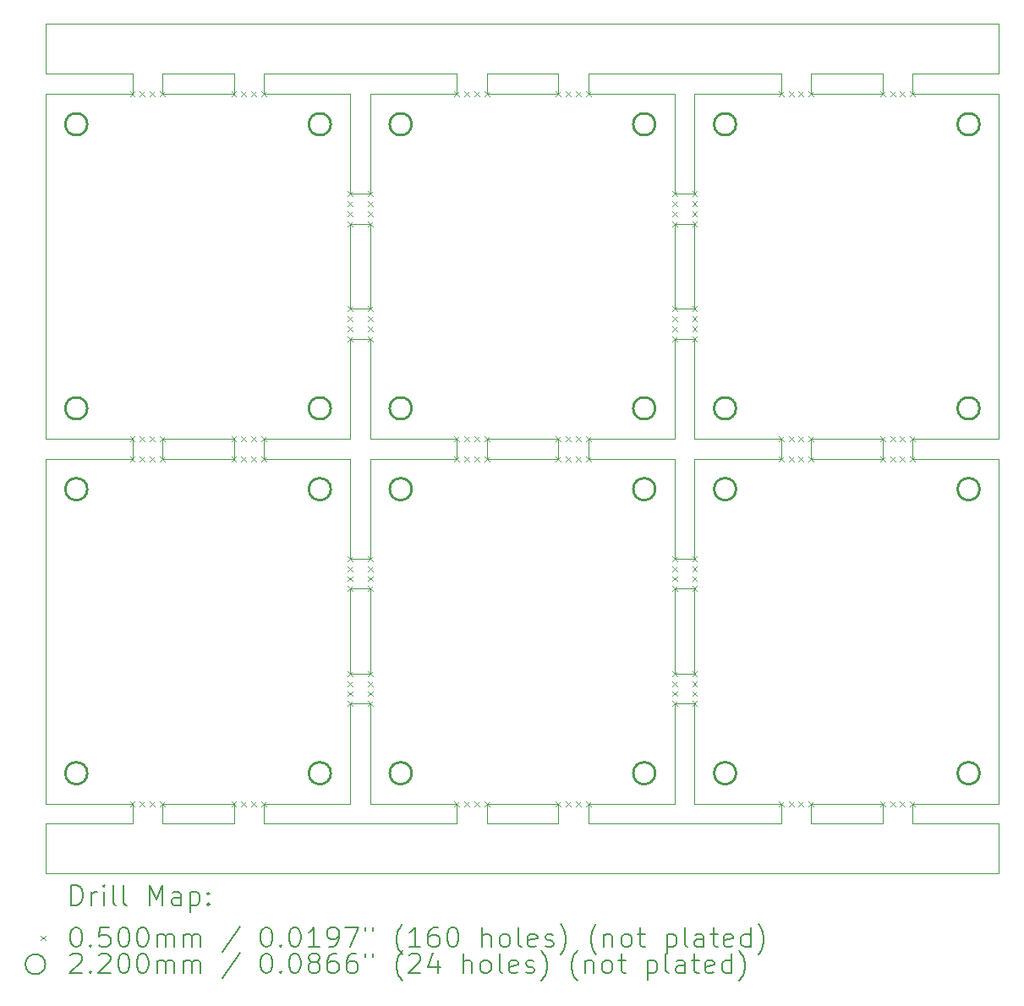
<source format=gbr>
%TF.GenerationSoftware,KiCad,Pcbnew,8.0.4*%
%TF.CreationDate,2024-08-17T22:53:13+02:00*%
%TF.ProjectId,,58585858-5858-4585-9858-585858585858,rev?*%
%TF.SameCoordinates,Original*%
%TF.FileFunction,Drillmap*%
%TF.FilePolarity,Positive*%
%FSLAX45Y45*%
G04 Gerber Fmt 4.5, Leading zero omitted, Abs format (unit mm)*
G04 Created by KiCad (PCBNEW 8.0.4) date 2024-08-17 22:53:13*
%MOMM*%
%LPD*%
G01*
G04 APERTURE LIST*
%ADD10C,0.100000*%
%ADD11C,0.200000*%
%ADD12C,0.220000*%
G04 APERTURE END LIST*
D10*
X13225900Y-7355917D02*
X13126000Y-7355917D01*
X16374000Y-8807383D02*
X16473900Y-8807383D01*
X13226100Y-4001517D02*
X13326000Y-4001517D01*
X12260000Y-10008950D02*
X12260000Y-9808850D01*
X15208000Y-9808850D02*
X15208000Y-10008950D01*
X14492000Y-2700050D02*
X14492000Y-2500000D01*
X14192000Y-9808850D02*
X14192000Y-10008950D01*
X13126000Y-6154450D02*
X13126000Y-5152983D01*
X15208000Y-6254550D02*
X15208000Y-6354450D01*
X17740000Y-6254550D02*
X17740000Y-6254350D01*
X13225900Y-5152983D02*
X13226100Y-5152983D01*
X15508000Y-6254550D02*
X15508000Y-6254350D01*
X10078000Y-2500000D02*
X10944000Y-2500000D01*
X14192000Y-6254350D02*
X14192000Y-6254550D01*
X13226100Y-4852983D02*
X13225900Y-4852983D01*
X14192000Y-6354450D02*
X13326000Y-6354450D01*
X13326000Y-6354450D02*
X13326000Y-7355917D01*
X11244000Y-10008950D02*
X11244000Y-9808850D01*
X17740000Y-6354450D02*
X17740000Y-6254550D01*
X16474100Y-4001517D02*
X16574000Y-4001517D01*
X18756000Y-2500000D02*
X19622000Y-2500000D01*
X13226100Y-8807383D02*
X13326000Y-8807383D01*
X14492000Y-9808850D02*
X15208000Y-9808850D01*
X16474100Y-3701517D02*
X16473900Y-3701517D01*
X16473900Y-3701517D02*
X16374000Y-3701517D01*
X16473900Y-4001517D02*
X16474100Y-4001517D01*
X16574000Y-7655917D02*
X16574000Y-8507383D01*
X13225900Y-4001517D02*
X13226100Y-4001517D01*
X16374000Y-4852983D02*
X16374000Y-4001517D01*
X18756000Y-6254350D02*
X18756000Y-6154450D01*
X13326000Y-8807383D02*
X13326000Y-9808850D01*
X18456000Y-6254350D02*
X18456000Y-6254550D01*
X12260000Y-6354450D02*
X12260000Y-6254550D01*
X17440000Y-9808850D02*
X17440000Y-10008950D01*
X18756000Y-10008950D02*
X18756000Y-9808850D01*
X19622000Y-2500000D02*
X19622000Y-2000000D01*
X10944000Y-10008950D02*
X10078000Y-10008950D01*
X13126000Y-2700050D02*
X12260000Y-2700050D01*
X13326000Y-4852983D02*
X13226100Y-4852983D01*
X16374000Y-6354450D02*
X15508000Y-6354450D01*
X13226100Y-5152983D02*
X13326000Y-5152983D01*
X13126000Y-6354450D02*
X12260000Y-6354450D01*
X13126000Y-8507383D02*
X13126000Y-7655917D01*
X18456000Y-9808850D02*
X18456000Y-10008950D01*
X11960000Y-2700050D02*
X11244000Y-2700050D01*
X16574000Y-8807383D02*
X16574000Y-9808850D01*
X16374000Y-2700050D02*
X15508000Y-2700050D01*
X10078000Y-10008950D02*
X10078000Y-10508950D01*
X10944000Y-9808850D02*
X10944000Y-10008950D01*
X10944000Y-6154450D02*
X10944000Y-6254350D01*
X16473900Y-7355917D02*
X16374000Y-7355917D01*
X17440000Y-6254350D02*
X17440000Y-6254550D01*
X16473900Y-7655917D02*
X16474100Y-7655917D01*
X16473900Y-8807383D02*
X16474100Y-8807383D01*
X19622000Y-9808850D02*
X19622000Y-6354450D01*
X19622000Y-6354450D02*
X18756000Y-6354450D01*
X16474100Y-8507383D02*
X16473900Y-8507383D01*
X18456000Y-6154450D02*
X18456000Y-6254350D01*
X16474100Y-8807383D02*
X16574000Y-8807383D01*
X10078000Y-6154450D02*
X10944000Y-6154450D01*
X14192000Y-2500000D02*
X14192000Y-2700050D01*
X17740000Y-2700050D02*
X17740000Y-2500000D01*
X16374000Y-7655917D02*
X16473900Y-7655917D01*
X19622000Y-10508950D02*
X19622000Y-10008950D01*
X15208000Y-10008950D02*
X14492000Y-10008950D01*
X11960000Y-6154450D02*
X11960000Y-6254350D01*
X14492000Y-6354450D02*
X14492000Y-6254550D01*
X11960000Y-2500000D02*
X11960000Y-2700050D01*
X15508000Y-6254350D02*
X15508000Y-6154450D01*
X12260000Y-6254550D02*
X12260000Y-6254350D01*
X13226100Y-7355917D02*
X13225900Y-7355917D01*
X18456000Y-6354450D02*
X17740000Y-6354450D01*
X18756000Y-9808850D02*
X19622000Y-9808850D01*
X17440000Y-2500000D02*
X17440000Y-2700050D01*
X13225900Y-4852983D02*
X13126000Y-4852983D01*
X16574000Y-9808850D02*
X17440000Y-9808850D01*
X17440000Y-6154450D02*
X17440000Y-6254350D01*
X17440000Y-10008950D02*
X15508000Y-10008950D01*
X15208000Y-2700050D02*
X14492000Y-2700050D01*
X14192000Y-6254550D02*
X14192000Y-6354450D01*
X13126000Y-7355917D02*
X13126000Y-6354450D01*
X17440000Y-6254550D02*
X17440000Y-6354450D01*
X18756000Y-6354450D02*
X18756000Y-6254550D01*
X10078000Y-10508950D02*
X19622000Y-10508950D01*
X14492000Y-6254550D02*
X14492000Y-6254350D01*
X13326000Y-2700050D02*
X13326000Y-3701517D01*
X11244000Y-2700050D02*
X11244000Y-2500000D01*
X16574000Y-5152983D02*
X16574000Y-6154450D01*
X18456000Y-2500000D02*
X18456000Y-2700050D01*
X15508000Y-6354450D02*
X15508000Y-6254550D01*
X13226100Y-8507383D02*
X13225900Y-8507383D01*
X17740000Y-10008950D02*
X17740000Y-9808850D01*
X11960000Y-6254550D02*
X11960000Y-6354450D01*
X17740000Y-6154450D02*
X18456000Y-6154450D01*
X15508000Y-6154450D02*
X16374000Y-6154450D01*
X17740000Y-6254350D02*
X17740000Y-6154450D01*
X16374000Y-5152983D02*
X16473900Y-5152983D01*
X18456000Y-10008950D02*
X17740000Y-10008950D01*
X10944000Y-6254550D02*
X10944000Y-6354450D01*
X13126000Y-3701517D02*
X13126000Y-2700050D01*
X13126000Y-4001517D02*
X13225900Y-4001517D01*
X13225900Y-8807383D02*
X13226100Y-8807383D01*
X17440000Y-2700050D02*
X16574000Y-2700050D01*
X13126000Y-7655917D02*
X13225900Y-7655917D01*
X11244000Y-9808850D02*
X11960000Y-9808850D01*
X13326000Y-3701517D02*
X13226100Y-3701517D01*
X14492000Y-2500000D02*
X15208000Y-2500000D01*
X13126000Y-4852983D02*
X13126000Y-4001517D01*
X10078000Y-6354450D02*
X10078000Y-9808850D01*
X12260000Y-9808850D02*
X13126000Y-9808850D01*
X10944000Y-2700050D02*
X10078000Y-2700050D01*
X13225900Y-8507383D02*
X13126000Y-8507383D01*
X14492000Y-6154450D02*
X15208000Y-6154450D01*
X15208000Y-6254350D02*
X15208000Y-6254550D01*
X16474100Y-4852983D02*
X16473900Y-4852983D01*
X18756000Y-6254550D02*
X18756000Y-6254350D01*
X11244000Y-6254350D02*
X11244000Y-6154450D01*
X16574000Y-4001517D02*
X16574000Y-4852983D01*
X16574000Y-7355917D02*
X16474100Y-7355917D01*
X19622000Y-2700050D02*
X18756000Y-2700050D01*
X15208000Y-2500000D02*
X15208000Y-2700050D01*
X13326000Y-9808850D02*
X14192000Y-9808850D01*
X10944000Y-6254350D02*
X10944000Y-6254550D01*
X14492000Y-10008950D02*
X14492000Y-9808850D01*
X16473900Y-8507383D02*
X16374000Y-8507383D01*
X16574000Y-8507383D02*
X16474100Y-8507383D01*
X13326000Y-5152983D02*
X13326000Y-6154450D01*
X17740000Y-2500000D02*
X18456000Y-2500000D01*
X10078000Y-2000000D02*
X10078000Y-2500000D01*
X16473900Y-4852983D02*
X16374000Y-4852983D01*
X13326000Y-7655917D02*
X13326000Y-8507383D01*
X16374000Y-7355917D02*
X16374000Y-6354450D01*
X10078000Y-9808850D02*
X10944000Y-9808850D01*
X12260000Y-2500000D02*
X14192000Y-2500000D01*
X13126000Y-5152983D02*
X13225900Y-5152983D01*
X17740000Y-9808850D02*
X18456000Y-9808850D01*
X18756000Y-6154450D02*
X19622000Y-6154450D01*
X11960000Y-10008950D02*
X11244000Y-10008950D01*
X11960000Y-9808850D02*
X11960000Y-10008950D01*
X13226100Y-3701517D02*
X13225900Y-3701517D01*
X16474100Y-7355917D02*
X16473900Y-7355917D01*
X19622000Y-10008950D02*
X18756000Y-10008950D01*
X14192000Y-6154450D02*
X14192000Y-6254350D01*
X15508000Y-2700050D02*
X15508000Y-2500000D01*
X11244000Y-6254550D02*
X11244000Y-6254350D01*
X11960000Y-6354450D02*
X11244000Y-6354450D01*
X11244000Y-2500000D02*
X11960000Y-2500000D01*
X19622000Y-6154450D02*
X19622000Y-2700050D01*
X10944000Y-2500000D02*
X10944000Y-2700050D01*
X13326000Y-4001517D02*
X13326000Y-4852983D01*
X13126000Y-9808850D02*
X13126000Y-8807383D01*
X14192000Y-2700050D02*
X13326000Y-2700050D01*
X13226100Y-7655917D02*
X13326000Y-7655917D01*
X12260000Y-6154450D02*
X13126000Y-6154450D01*
X12260000Y-2700050D02*
X12260000Y-2500000D01*
X10944000Y-6354450D02*
X10078000Y-6354450D01*
X16574000Y-4852983D02*
X16474100Y-4852983D01*
X13126000Y-8807383D02*
X13225900Y-8807383D01*
X13326000Y-6154450D02*
X14192000Y-6154450D01*
X18456000Y-6254550D02*
X18456000Y-6354450D01*
X19622000Y-2000000D02*
X10078000Y-2000000D01*
X15508000Y-2500000D02*
X17440000Y-2500000D01*
X16374000Y-3701517D02*
X16374000Y-2700050D01*
X16574000Y-6154450D02*
X17440000Y-6154450D01*
X16473900Y-5152983D02*
X16474100Y-5152983D01*
X11244000Y-6154450D02*
X11960000Y-6154450D01*
X14192000Y-10008950D02*
X12260000Y-10008950D01*
X15208000Y-6154450D02*
X15208000Y-6254350D01*
X16374000Y-6154450D02*
X16374000Y-5152983D01*
X12260000Y-6254350D02*
X12260000Y-6154450D01*
X16574000Y-6354450D02*
X16574000Y-7355917D01*
X16574000Y-2700050D02*
X16574000Y-3701517D01*
X14492000Y-6254350D02*
X14492000Y-6154450D01*
X13326000Y-7355917D02*
X13226100Y-7355917D01*
X16474100Y-5152983D02*
X16574000Y-5152983D01*
X10078000Y-2700050D02*
X10078000Y-6154450D01*
X15508000Y-9808850D02*
X16374000Y-9808850D01*
X13326000Y-8507383D02*
X13226100Y-8507383D01*
X16374000Y-4001517D02*
X16473900Y-4001517D01*
X16574000Y-3701517D02*
X16474100Y-3701517D01*
X13225900Y-3701517D02*
X13126000Y-3701517D01*
X16374000Y-8507383D02*
X16374000Y-7655917D01*
X16474100Y-7655917D02*
X16574000Y-7655917D01*
X11244000Y-6354450D02*
X11244000Y-6254550D01*
X13225900Y-7655917D02*
X13226100Y-7655917D01*
X18756000Y-2700050D02*
X18756000Y-2500000D01*
X11960000Y-6254350D02*
X11960000Y-6254550D01*
X16374000Y-9808850D02*
X16374000Y-8807383D01*
X17440000Y-6354450D02*
X16574000Y-6354450D01*
X15208000Y-6354450D02*
X14492000Y-6354450D01*
X18456000Y-2700050D02*
X17740000Y-2700050D01*
X15508000Y-10008950D02*
X15508000Y-9808850D01*
D11*
D10*
X10919000Y-2675050D02*
X10969000Y-2725050D01*
X10969000Y-2675050D02*
X10919000Y-2725050D01*
X10919000Y-6129450D02*
X10969000Y-6179450D01*
X10969000Y-6129450D02*
X10919000Y-6179450D01*
X10919000Y-6329450D02*
X10969000Y-6379450D01*
X10969000Y-6329450D02*
X10919000Y-6379450D01*
X10919000Y-9783850D02*
X10969000Y-9833850D01*
X10969000Y-9783850D02*
X10919000Y-9833850D01*
X11019000Y-2675050D02*
X11069000Y-2725050D01*
X11069000Y-2675050D02*
X11019000Y-2725050D01*
X11019000Y-6129450D02*
X11069000Y-6179450D01*
X11069000Y-6129450D02*
X11019000Y-6179450D01*
X11019000Y-6329450D02*
X11069000Y-6379450D01*
X11069000Y-6329450D02*
X11019000Y-6379450D01*
X11019000Y-9783850D02*
X11069000Y-9833850D01*
X11069000Y-9783850D02*
X11019000Y-9833850D01*
X11119000Y-2675050D02*
X11169000Y-2725050D01*
X11169000Y-2675050D02*
X11119000Y-2725050D01*
X11119000Y-6129450D02*
X11169000Y-6179450D01*
X11169000Y-6129450D02*
X11119000Y-6179450D01*
X11119000Y-6329450D02*
X11169000Y-6379450D01*
X11169000Y-6329450D02*
X11119000Y-6379450D01*
X11119000Y-9783850D02*
X11169000Y-9833850D01*
X11169000Y-9783850D02*
X11119000Y-9833850D01*
X11219000Y-2675050D02*
X11269000Y-2725050D01*
X11269000Y-2675050D02*
X11219000Y-2725050D01*
X11219000Y-6129450D02*
X11269000Y-6179450D01*
X11269000Y-6129450D02*
X11219000Y-6179450D01*
X11219000Y-6329450D02*
X11269000Y-6379450D01*
X11269000Y-6329450D02*
X11219000Y-6379450D01*
X11219000Y-9783850D02*
X11269000Y-9833850D01*
X11269000Y-9783850D02*
X11219000Y-9833850D01*
X11935000Y-2675050D02*
X11985000Y-2725050D01*
X11985000Y-2675050D02*
X11935000Y-2725050D01*
X11935000Y-6129450D02*
X11985000Y-6179450D01*
X11985000Y-6129450D02*
X11935000Y-6179450D01*
X11935000Y-6329450D02*
X11985000Y-6379450D01*
X11985000Y-6329450D02*
X11935000Y-6379450D01*
X11935000Y-9783850D02*
X11985000Y-9833850D01*
X11985000Y-9783850D02*
X11935000Y-9833850D01*
X12035000Y-2675050D02*
X12085000Y-2725050D01*
X12085000Y-2675050D02*
X12035000Y-2725050D01*
X12035000Y-6129450D02*
X12085000Y-6179450D01*
X12085000Y-6129450D02*
X12035000Y-6179450D01*
X12035000Y-6329450D02*
X12085000Y-6379450D01*
X12085000Y-6329450D02*
X12035000Y-6379450D01*
X12035000Y-9783850D02*
X12085000Y-9833850D01*
X12085000Y-9783850D02*
X12035000Y-9833850D01*
X12135000Y-2675050D02*
X12185000Y-2725050D01*
X12185000Y-2675050D02*
X12135000Y-2725050D01*
X12135000Y-6129450D02*
X12185000Y-6179450D01*
X12185000Y-6129450D02*
X12135000Y-6179450D01*
X12135000Y-6329450D02*
X12185000Y-6379450D01*
X12185000Y-6329450D02*
X12135000Y-6379450D01*
X12135000Y-9783850D02*
X12185000Y-9833850D01*
X12185000Y-9783850D02*
X12135000Y-9833850D01*
X12235000Y-2675050D02*
X12285000Y-2725050D01*
X12285000Y-2675050D02*
X12235000Y-2725050D01*
X12235000Y-6129450D02*
X12285000Y-6179450D01*
X12285000Y-6129450D02*
X12235000Y-6179450D01*
X12235000Y-6329450D02*
X12285000Y-6379450D01*
X12285000Y-6329450D02*
X12235000Y-6379450D01*
X12235000Y-9783850D02*
X12285000Y-9833850D01*
X12285000Y-9783850D02*
X12235000Y-9833850D01*
X13101000Y-3676517D02*
X13151000Y-3726517D01*
X13151000Y-3676517D02*
X13101000Y-3726517D01*
X13101000Y-3776517D02*
X13151000Y-3826517D01*
X13151000Y-3776517D02*
X13101000Y-3826517D01*
X13101000Y-3876517D02*
X13151000Y-3926517D01*
X13151000Y-3876517D02*
X13101000Y-3926517D01*
X13101000Y-3976517D02*
X13151000Y-4026517D01*
X13151000Y-3976517D02*
X13101000Y-4026517D01*
X13101000Y-4827983D02*
X13151000Y-4877983D01*
X13151000Y-4827983D02*
X13101000Y-4877983D01*
X13101000Y-4927983D02*
X13151000Y-4977983D01*
X13151000Y-4927983D02*
X13101000Y-4977983D01*
X13101000Y-5027983D02*
X13151000Y-5077983D01*
X13151000Y-5027983D02*
X13101000Y-5077983D01*
X13101000Y-5127983D02*
X13151000Y-5177983D01*
X13151000Y-5127983D02*
X13101000Y-5177983D01*
X13101000Y-7330917D02*
X13151000Y-7380917D01*
X13151000Y-7330917D02*
X13101000Y-7380917D01*
X13101000Y-7430917D02*
X13151000Y-7480917D01*
X13151000Y-7430917D02*
X13101000Y-7480917D01*
X13101000Y-7530917D02*
X13151000Y-7580917D01*
X13151000Y-7530917D02*
X13101000Y-7580917D01*
X13101000Y-7630917D02*
X13151000Y-7680917D01*
X13151000Y-7630917D02*
X13101000Y-7680917D01*
X13101000Y-8482383D02*
X13151000Y-8532383D01*
X13151000Y-8482383D02*
X13101000Y-8532383D01*
X13101000Y-8582383D02*
X13151000Y-8632383D01*
X13151000Y-8582383D02*
X13101000Y-8632383D01*
X13101000Y-8682383D02*
X13151000Y-8732383D01*
X13151000Y-8682383D02*
X13101000Y-8732383D01*
X13101000Y-8782383D02*
X13151000Y-8832383D01*
X13151000Y-8782383D02*
X13101000Y-8832383D01*
X13301000Y-3676517D02*
X13351000Y-3726517D01*
X13351000Y-3676517D02*
X13301000Y-3726517D01*
X13301000Y-3776517D02*
X13351000Y-3826517D01*
X13351000Y-3776517D02*
X13301000Y-3826517D01*
X13301000Y-3876517D02*
X13351000Y-3926517D01*
X13351000Y-3876517D02*
X13301000Y-3926517D01*
X13301000Y-3976517D02*
X13351000Y-4026517D01*
X13351000Y-3976517D02*
X13301000Y-4026517D01*
X13301000Y-4827983D02*
X13351000Y-4877983D01*
X13351000Y-4827983D02*
X13301000Y-4877983D01*
X13301000Y-4927983D02*
X13351000Y-4977983D01*
X13351000Y-4927983D02*
X13301000Y-4977983D01*
X13301000Y-5027983D02*
X13351000Y-5077983D01*
X13351000Y-5027983D02*
X13301000Y-5077983D01*
X13301000Y-5127983D02*
X13351000Y-5177983D01*
X13351000Y-5127983D02*
X13301000Y-5177983D01*
X13301000Y-7330917D02*
X13351000Y-7380917D01*
X13351000Y-7330917D02*
X13301000Y-7380917D01*
X13301000Y-7430917D02*
X13351000Y-7480917D01*
X13351000Y-7430917D02*
X13301000Y-7480917D01*
X13301000Y-7530917D02*
X13351000Y-7580917D01*
X13351000Y-7530917D02*
X13301000Y-7580917D01*
X13301000Y-7630917D02*
X13351000Y-7680917D01*
X13351000Y-7630917D02*
X13301000Y-7680917D01*
X13301000Y-8482383D02*
X13351000Y-8532383D01*
X13351000Y-8482383D02*
X13301000Y-8532383D01*
X13301000Y-8582383D02*
X13351000Y-8632383D01*
X13351000Y-8582383D02*
X13301000Y-8632383D01*
X13301000Y-8682383D02*
X13351000Y-8732383D01*
X13351000Y-8682383D02*
X13301000Y-8732383D01*
X13301000Y-8782383D02*
X13351000Y-8832383D01*
X13351000Y-8782383D02*
X13301000Y-8832383D01*
X14167000Y-2675050D02*
X14217000Y-2725050D01*
X14217000Y-2675050D02*
X14167000Y-2725050D01*
X14167000Y-6129450D02*
X14217000Y-6179450D01*
X14217000Y-6129450D02*
X14167000Y-6179450D01*
X14167000Y-6329450D02*
X14217000Y-6379450D01*
X14217000Y-6329450D02*
X14167000Y-6379450D01*
X14167000Y-9783850D02*
X14217000Y-9833850D01*
X14217000Y-9783850D02*
X14167000Y-9833850D01*
X14267000Y-2675050D02*
X14317000Y-2725050D01*
X14317000Y-2675050D02*
X14267000Y-2725050D01*
X14267000Y-6129450D02*
X14317000Y-6179450D01*
X14317000Y-6129450D02*
X14267000Y-6179450D01*
X14267000Y-6329450D02*
X14317000Y-6379450D01*
X14317000Y-6329450D02*
X14267000Y-6379450D01*
X14267000Y-9783850D02*
X14317000Y-9833850D01*
X14317000Y-9783850D02*
X14267000Y-9833850D01*
X14367000Y-2675050D02*
X14417000Y-2725050D01*
X14417000Y-2675050D02*
X14367000Y-2725050D01*
X14367000Y-6129450D02*
X14417000Y-6179450D01*
X14417000Y-6129450D02*
X14367000Y-6179450D01*
X14367000Y-6329450D02*
X14417000Y-6379450D01*
X14417000Y-6329450D02*
X14367000Y-6379450D01*
X14367000Y-9783850D02*
X14417000Y-9833850D01*
X14417000Y-9783850D02*
X14367000Y-9833850D01*
X14467000Y-2675050D02*
X14517000Y-2725050D01*
X14517000Y-2675050D02*
X14467000Y-2725050D01*
X14467000Y-6129450D02*
X14517000Y-6179450D01*
X14517000Y-6129450D02*
X14467000Y-6179450D01*
X14467000Y-6329450D02*
X14517000Y-6379450D01*
X14517000Y-6329450D02*
X14467000Y-6379450D01*
X14467000Y-9783850D02*
X14517000Y-9833850D01*
X14517000Y-9783850D02*
X14467000Y-9833850D01*
X15183000Y-2675050D02*
X15233000Y-2725050D01*
X15233000Y-2675050D02*
X15183000Y-2725050D01*
X15183000Y-6129450D02*
X15233000Y-6179450D01*
X15233000Y-6129450D02*
X15183000Y-6179450D01*
X15183000Y-6329450D02*
X15233000Y-6379450D01*
X15233000Y-6329450D02*
X15183000Y-6379450D01*
X15183000Y-9783850D02*
X15233000Y-9833850D01*
X15233000Y-9783850D02*
X15183000Y-9833850D01*
X15283000Y-2675050D02*
X15333000Y-2725050D01*
X15333000Y-2675050D02*
X15283000Y-2725050D01*
X15283000Y-6129450D02*
X15333000Y-6179450D01*
X15333000Y-6129450D02*
X15283000Y-6179450D01*
X15283000Y-6329450D02*
X15333000Y-6379450D01*
X15333000Y-6329450D02*
X15283000Y-6379450D01*
X15283000Y-9783850D02*
X15333000Y-9833850D01*
X15333000Y-9783850D02*
X15283000Y-9833850D01*
X15383000Y-2675050D02*
X15433000Y-2725050D01*
X15433000Y-2675050D02*
X15383000Y-2725050D01*
X15383000Y-6129450D02*
X15433000Y-6179450D01*
X15433000Y-6129450D02*
X15383000Y-6179450D01*
X15383000Y-6329450D02*
X15433000Y-6379450D01*
X15433000Y-6329450D02*
X15383000Y-6379450D01*
X15383000Y-9783850D02*
X15433000Y-9833850D01*
X15433000Y-9783850D02*
X15383000Y-9833850D01*
X15483000Y-2675050D02*
X15533000Y-2725050D01*
X15533000Y-2675050D02*
X15483000Y-2725050D01*
X15483000Y-6129450D02*
X15533000Y-6179450D01*
X15533000Y-6129450D02*
X15483000Y-6179450D01*
X15483000Y-6329450D02*
X15533000Y-6379450D01*
X15533000Y-6329450D02*
X15483000Y-6379450D01*
X15483000Y-9783850D02*
X15533000Y-9833850D01*
X15533000Y-9783850D02*
X15483000Y-9833850D01*
X16349000Y-3676517D02*
X16399000Y-3726517D01*
X16399000Y-3676517D02*
X16349000Y-3726517D01*
X16349000Y-3776517D02*
X16399000Y-3826517D01*
X16399000Y-3776517D02*
X16349000Y-3826517D01*
X16349000Y-3876517D02*
X16399000Y-3926517D01*
X16399000Y-3876517D02*
X16349000Y-3926517D01*
X16349000Y-3976517D02*
X16399000Y-4026517D01*
X16399000Y-3976517D02*
X16349000Y-4026517D01*
X16349000Y-4827983D02*
X16399000Y-4877983D01*
X16399000Y-4827983D02*
X16349000Y-4877983D01*
X16349000Y-4927983D02*
X16399000Y-4977983D01*
X16399000Y-4927983D02*
X16349000Y-4977983D01*
X16349000Y-5027983D02*
X16399000Y-5077983D01*
X16399000Y-5027983D02*
X16349000Y-5077983D01*
X16349000Y-5127983D02*
X16399000Y-5177983D01*
X16399000Y-5127983D02*
X16349000Y-5177983D01*
X16349000Y-7330917D02*
X16399000Y-7380917D01*
X16399000Y-7330917D02*
X16349000Y-7380917D01*
X16349000Y-7430917D02*
X16399000Y-7480917D01*
X16399000Y-7430917D02*
X16349000Y-7480917D01*
X16349000Y-7530917D02*
X16399000Y-7580917D01*
X16399000Y-7530917D02*
X16349000Y-7580917D01*
X16349000Y-7630917D02*
X16399000Y-7680917D01*
X16399000Y-7630917D02*
X16349000Y-7680917D01*
X16349000Y-8482383D02*
X16399000Y-8532383D01*
X16399000Y-8482383D02*
X16349000Y-8532383D01*
X16349000Y-8582383D02*
X16399000Y-8632383D01*
X16399000Y-8582383D02*
X16349000Y-8632383D01*
X16349000Y-8682383D02*
X16399000Y-8732383D01*
X16399000Y-8682383D02*
X16349000Y-8732383D01*
X16349000Y-8782383D02*
X16399000Y-8832383D01*
X16399000Y-8782383D02*
X16349000Y-8832383D01*
X16549000Y-3676517D02*
X16599000Y-3726517D01*
X16599000Y-3676517D02*
X16549000Y-3726517D01*
X16549000Y-3776517D02*
X16599000Y-3826517D01*
X16599000Y-3776517D02*
X16549000Y-3826517D01*
X16549000Y-3876517D02*
X16599000Y-3926517D01*
X16599000Y-3876517D02*
X16549000Y-3926517D01*
X16549000Y-3976517D02*
X16599000Y-4026517D01*
X16599000Y-3976517D02*
X16549000Y-4026517D01*
X16549000Y-4827983D02*
X16599000Y-4877983D01*
X16599000Y-4827983D02*
X16549000Y-4877983D01*
X16549000Y-4927983D02*
X16599000Y-4977983D01*
X16599000Y-4927983D02*
X16549000Y-4977983D01*
X16549000Y-5027983D02*
X16599000Y-5077983D01*
X16599000Y-5027983D02*
X16549000Y-5077983D01*
X16549000Y-5127983D02*
X16599000Y-5177983D01*
X16599000Y-5127983D02*
X16549000Y-5177983D01*
X16549000Y-7330917D02*
X16599000Y-7380917D01*
X16599000Y-7330917D02*
X16549000Y-7380917D01*
X16549000Y-7430917D02*
X16599000Y-7480917D01*
X16599000Y-7430917D02*
X16549000Y-7480917D01*
X16549000Y-7530917D02*
X16599000Y-7580917D01*
X16599000Y-7530917D02*
X16549000Y-7580917D01*
X16549000Y-7630917D02*
X16599000Y-7680917D01*
X16599000Y-7630917D02*
X16549000Y-7680917D01*
X16549000Y-8482383D02*
X16599000Y-8532383D01*
X16599000Y-8482383D02*
X16549000Y-8532383D01*
X16549000Y-8582383D02*
X16599000Y-8632383D01*
X16599000Y-8582383D02*
X16549000Y-8632383D01*
X16549000Y-8682383D02*
X16599000Y-8732383D01*
X16599000Y-8682383D02*
X16549000Y-8732383D01*
X16549000Y-8782383D02*
X16599000Y-8832383D01*
X16599000Y-8782383D02*
X16549000Y-8832383D01*
X17415000Y-2675050D02*
X17465000Y-2725050D01*
X17465000Y-2675050D02*
X17415000Y-2725050D01*
X17415000Y-6129450D02*
X17465000Y-6179450D01*
X17465000Y-6129450D02*
X17415000Y-6179450D01*
X17415000Y-6329450D02*
X17465000Y-6379450D01*
X17465000Y-6329450D02*
X17415000Y-6379450D01*
X17415000Y-9783850D02*
X17465000Y-9833850D01*
X17465000Y-9783850D02*
X17415000Y-9833850D01*
X17515000Y-2675050D02*
X17565000Y-2725050D01*
X17565000Y-2675050D02*
X17515000Y-2725050D01*
X17515000Y-6129450D02*
X17565000Y-6179450D01*
X17565000Y-6129450D02*
X17515000Y-6179450D01*
X17515000Y-6329450D02*
X17565000Y-6379450D01*
X17565000Y-6329450D02*
X17515000Y-6379450D01*
X17515000Y-9783850D02*
X17565000Y-9833850D01*
X17565000Y-9783850D02*
X17515000Y-9833850D01*
X17615000Y-2675050D02*
X17665000Y-2725050D01*
X17665000Y-2675050D02*
X17615000Y-2725050D01*
X17615000Y-6129450D02*
X17665000Y-6179450D01*
X17665000Y-6129450D02*
X17615000Y-6179450D01*
X17615000Y-6329450D02*
X17665000Y-6379450D01*
X17665000Y-6329450D02*
X17615000Y-6379450D01*
X17615000Y-9783850D02*
X17665000Y-9833850D01*
X17665000Y-9783850D02*
X17615000Y-9833850D01*
X17715000Y-2675050D02*
X17765000Y-2725050D01*
X17765000Y-2675050D02*
X17715000Y-2725050D01*
X17715000Y-6129450D02*
X17765000Y-6179450D01*
X17765000Y-6129450D02*
X17715000Y-6179450D01*
X17715000Y-6329450D02*
X17765000Y-6379450D01*
X17765000Y-6329450D02*
X17715000Y-6379450D01*
X17715000Y-9783850D02*
X17765000Y-9833850D01*
X17765000Y-9783850D02*
X17715000Y-9833850D01*
X18431000Y-2675050D02*
X18481000Y-2725050D01*
X18481000Y-2675050D02*
X18431000Y-2725050D01*
X18431000Y-6129450D02*
X18481000Y-6179450D01*
X18481000Y-6129450D02*
X18431000Y-6179450D01*
X18431000Y-6329450D02*
X18481000Y-6379450D01*
X18481000Y-6329450D02*
X18431000Y-6379450D01*
X18431000Y-9783850D02*
X18481000Y-9833850D01*
X18481000Y-9783850D02*
X18431000Y-9833850D01*
X18531000Y-2675050D02*
X18581000Y-2725050D01*
X18581000Y-2675050D02*
X18531000Y-2725050D01*
X18531000Y-6129450D02*
X18581000Y-6179450D01*
X18581000Y-6129450D02*
X18531000Y-6179450D01*
X18531000Y-6329450D02*
X18581000Y-6379450D01*
X18581000Y-6329450D02*
X18531000Y-6379450D01*
X18531000Y-9783850D02*
X18581000Y-9833850D01*
X18581000Y-9783850D02*
X18531000Y-9833850D01*
X18631000Y-2675050D02*
X18681000Y-2725050D01*
X18681000Y-2675050D02*
X18631000Y-2725050D01*
X18631000Y-6129450D02*
X18681000Y-6179450D01*
X18681000Y-6129450D02*
X18631000Y-6179450D01*
X18631000Y-6329450D02*
X18681000Y-6379450D01*
X18681000Y-6329450D02*
X18631000Y-6379450D01*
X18631000Y-9783850D02*
X18681000Y-9833850D01*
X18681000Y-9783850D02*
X18631000Y-9833850D01*
X18731000Y-2675050D02*
X18781000Y-2725050D01*
X18781000Y-2675050D02*
X18731000Y-2725050D01*
X18731000Y-6129450D02*
X18781000Y-6179450D01*
X18781000Y-6129450D02*
X18731000Y-6179450D01*
X18731000Y-6329450D02*
X18781000Y-6379450D01*
X18781000Y-6329450D02*
X18731000Y-6379450D01*
X18731000Y-9783850D02*
X18781000Y-9833850D01*
X18781000Y-9783850D02*
X18731000Y-9833850D01*
D12*
X10492800Y-3004850D02*
G75*
G02*
X10272800Y-3004850I-110000J0D01*
G01*
X10272800Y-3004850D02*
G75*
G02*
X10492800Y-3004850I110000J0D01*
G01*
X10492800Y-5849650D02*
G75*
G02*
X10272800Y-5849650I-110000J0D01*
G01*
X10272800Y-5849650D02*
G75*
G02*
X10492800Y-5849650I110000J0D01*
G01*
X10492800Y-6659250D02*
G75*
G02*
X10272800Y-6659250I-110000J0D01*
G01*
X10272800Y-6659250D02*
G75*
G02*
X10492800Y-6659250I110000J0D01*
G01*
X10492800Y-9504050D02*
G75*
G02*
X10272800Y-9504050I-110000J0D01*
G01*
X10272800Y-9504050D02*
G75*
G02*
X10492800Y-9504050I110000J0D01*
G01*
X12931200Y-3004850D02*
G75*
G02*
X12711200Y-3004850I-110000J0D01*
G01*
X12711200Y-3004850D02*
G75*
G02*
X12931200Y-3004850I110000J0D01*
G01*
X12931200Y-5849650D02*
G75*
G02*
X12711200Y-5849650I-110000J0D01*
G01*
X12711200Y-5849650D02*
G75*
G02*
X12931200Y-5849650I110000J0D01*
G01*
X12931200Y-6659250D02*
G75*
G02*
X12711200Y-6659250I-110000J0D01*
G01*
X12711200Y-6659250D02*
G75*
G02*
X12931200Y-6659250I110000J0D01*
G01*
X12931200Y-9504050D02*
G75*
G02*
X12711200Y-9504050I-110000J0D01*
G01*
X12711200Y-9504050D02*
G75*
G02*
X12931200Y-9504050I110000J0D01*
G01*
X13740800Y-3004850D02*
G75*
G02*
X13520800Y-3004850I-110000J0D01*
G01*
X13520800Y-3004850D02*
G75*
G02*
X13740800Y-3004850I110000J0D01*
G01*
X13740800Y-5849650D02*
G75*
G02*
X13520800Y-5849650I-110000J0D01*
G01*
X13520800Y-5849650D02*
G75*
G02*
X13740800Y-5849650I110000J0D01*
G01*
X13740800Y-6659250D02*
G75*
G02*
X13520800Y-6659250I-110000J0D01*
G01*
X13520800Y-6659250D02*
G75*
G02*
X13740800Y-6659250I110000J0D01*
G01*
X13740800Y-9504050D02*
G75*
G02*
X13520800Y-9504050I-110000J0D01*
G01*
X13520800Y-9504050D02*
G75*
G02*
X13740800Y-9504050I110000J0D01*
G01*
X16179200Y-3004850D02*
G75*
G02*
X15959200Y-3004850I-110000J0D01*
G01*
X15959200Y-3004850D02*
G75*
G02*
X16179200Y-3004850I110000J0D01*
G01*
X16179200Y-5849650D02*
G75*
G02*
X15959200Y-5849650I-110000J0D01*
G01*
X15959200Y-5849650D02*
G75*
G02*
X16179200Y-5849650I110000J0D01*
G01*
X16179200Y-6659250D02*
G75*
G02*
X15959200Y-6659250I-110000J0D01*
G01*
X15959200Y-6659250D02*
G75*
G02*
X16179200Y-6659250I110000J0D01*
G01*
X16179200Y-9504050D02*
G75*
G02*
X15959200Y-9504050I-110000J0D01*
G01*
X15959200Y-9504050D02*
G75*
G02*
X16179200Y-9504050I110000J0D01*
G01*
X16988800Y-3004850D02*
G75*
G02*
X16768800Y-3004850I-110000J0D01*
G01*
X16768800Y-3004850D02*
G75*
G02*
X16988800Y-3004850I110000J0D01*
G01*
X16988800Y-5849650D02*
G75*
G02*
X16768800Y-5849650I-110000J0D01*
G01*
X16768800Y-5849650D02*
G75*
G02*
X16988800Y-5849650I110000J0D01*
G01*
X16988800Y-6659250D02*
G75*
G02*
X16768800Y-6659250I-110000J0D01*
G01*
X16768800Y-6659250D02*
G75*
G02*
X16988800Y-6659250I110000J0D01*
G01*
X16988800Y-9504050D02*
G75*
G02*
X16768800Y-9504050I-110000J0D01*
G01*
X16768800Y-9504050D02*
G75*
G02*
X16988800Y-9504050I110000J0D01*
G01*
X19427200Y-3004850D02*
G75*
G02*
X19207200Y-3004850I-110000J0D01*
G01*
X19207200Y-3004850D02*
G75*
G02*
X19427200Y-3004850I110000J0D01*
G01*
X19427200Y-5849650D02*
G75*
G02*
X19207200Y-5849650I-110000J0D01*
G01*
X19207200Y-5849650D02*
G75*
G02*
X19427200Y-5849650I110000J0D01*
G01*
X19427200Y-6659250D02*
G75*
G02*
X19207200Y-6659250I-110000J0D01*
G01*
X19207200Y-6659250D02*
G75*
G02*
X19427200Y-6659250I110000J0D01*
G01*
X19427200Y-9504050D02*
G75*
G02*
X19207200Y-9504050I-110000J0D01*
G01*
X19207200Y-9504050D02*
G75*
G02*
X19427200Y-9504050I110000J0D01*
G01*
D11*
X10333777Y-10825434D02*
X10333777Y-10625434D01*
X10333777Y-10625434D02*
X10381396Y-10625434D01*
X10381396Y-10625434D02*
X10409967Y-10634958D01*
X10409967Y-10634958D02*
X10429015Y-10654005D01*
X10429015Y-10654005D02*
X10438539Y-10673053D01*
X10438539Y-10673053D02*
X10448063Y-10711148D01*
X10448063Y-10711148D02*
X10448063Y-10739720D01*
X10448063Y-10739720D02*
X10438539Y-10777815D01*
X10438539Y-10777815D02*
X10429015Y-10796862D01*
X10429015Y-10796862D02*
X10409967Y-10815910D01*
X10409967Y-10815910D02*
X10381396Y-10825434D01*
X10381396Y-10825434D02*
X10333777Y-10825434D01*
X10533777Y-10825434D02*
X10533777Y-10692100D01*
X10533777Y-10730196D02*
X10543301Y-10711148D01*
X10543301Y-10711148D02*
X10552824Y-10701624D01*
X10552824Y-10701624D02*
X10571872Y-10692100D01*
X10571872Y-10692100D02*
X10590920Y-10692100D01*
X10657586Y-10825434D02*
X10657586Y-10692100D01*
X10657586Y-10625434D02*
X10648063Y-10634958D01*
X10648063Y-10634958D02*
X10657586Y-10644481D01*
X10657586Y-10644481D02*
X10667110Y-10634958D01*
X10667110Y-10634958D02*
X10657586Y-10625434D01*
X10657586Y-10625434D02*
X10657586Y-10644481D01*
X10781396Y-10825434D02*
X10762348Y-10815910D01*
X10762348Y-10815910D02*
X10752824Y-10796862D01*
X10752824Y-10796862D02*
X10752824Y-10625434D01*
X10886158Y-10825434D02*
X10867110Y-10815910D01*
X10867110Y-10815910D02*
X10857586Y-10796862D01*
X10857586Y-10796862D02*
X10857586Y-10625434D01*
X11114729Y-10825434D02*
X11114729Y-10625434D01*
X11114729Y-10625434D02*
X11181396Y-10768291D01*
X11181396Y-10768291D02*
X11248062Y-10625434D01*
X11248062Y-10625434D02*
X11248062Y-10825434D01*
X11429015Y-10825434D02*
X11429015Y-10720672D01*
X11429015Y-10720672D02*
X11419491Y-10701624D01*
X11419491Y-10701624D02*
X11400443Y-10692100D01*
X11400443Y-10692100D02*
X11362348Y-10692100D01*
X11362348Y-10692100D02*
X11343301Y-10701624D01*
X11429015Y-10815910D02*
X11409967Y-10825434D01*
X11409967Y-10825434D02*
X11362348Y-10825434D01*
X11362348Y-10825434D02*
X11343301Y-10815910D01*
X11343301Y-10815910D02*
X11333777Y-10796862D01*
X11333777Y-10796862D02*
X11333777Y-10777815D01*
X11333777Y-10777815D02*
X11343301Y-10758767D01*
X11343301Y-10758767D02*
X11362348Y-10749243D01*
X11362348Y-10749243D02*
X11409967Y-10749243D01*
X11409967Y-10749243D02*
X11429015Y-10739720D01*
X11524253Y-10692100D02*
X11524253Y-10892100D01*
X11524253Y-10701624D02*
X11543301Y-10692100D01*
X11543301Y-10692100D02*
X11581396Y-10692100D01*
X11581396Y-10692100D02*
X11600443Y-10701624D01*
X11600443Y-10701624D02*
X11609967Y-10711148D01*
X11609967Y-10711148D02*
X11619491Y-10730196D01*
X11619491Y-10730196D02*
X11619491Y-10787339D01*
X11619491Y-10787339D02*
X11609967Y-10806386D01*
X11609967Y-10806386D02*
X11600443Y-10815910D01*
X11600443Y-10815910D02*
X11581396Y-10825434D01*
X11581396Y-10825434D02*
X11543301Y-10825434D01*
X11543301Y-10825434D02*
X11524253Y-10815910D01*
X11705205Y-10806386D02*
X11714729Y-10815910D01*
X11714729Y-10815910D02*
X11705205Y-10825434D01*
X11705205Y-10825434D02*
X11695682Y-10815910D01*
X11695682Y-10815910D02*
X11705205Y-10806386D01*
X11705205Y-10806386D02*
X11705205Y-10825434D01*
X11705205Y-10701624D02*
X11714729Y-10711148D01*
X11714729Y-10711148D02*
X11705205Y-10720672D01*
X11705205Y-10720672D02*
X11695682Y-10711148D01*
X11695682Y-10711148D02*
X11705205Y-10701624D01*
X11705205Y-10701624D02*
X11705205Y-10720672D01*
D10*
X10023000Y-11128950D02*
X10073000Y-11178950D01*
X10073000Y-11128950D02*
X10023000Y-11178950D01*
D11*
X10371872Y-11045434D02*
X10390920Y-11045434D01*
X10390920Y-11045434D02*
X10409967Y-11054958D01*
X10409967Y-11054958D02*
X10419491Y-11064481D01*
X10419491Y-11064481D02*
X10429015Y-11083529D01*
X10429015Y-11083529D02*
X10438539Y-11121624D01*
X10438539Y-11121624D02*
X10438539Y-11169243D01*
X10438539Y-11169243D02*
X10429015Y-11207338D01*
X10429015Y-11207338D02*
X10419491Y-11226386D01*
X10419491Y-11226386D02*
X10409967Y-11235910D01*
X10409967Y-11235910D02*
X10390920Y-11245434D01*
X10390920Y-11245434D02*
X10371872Y-11245434D01*
X10371872Y-11245434D02*
X10352824Y-11235910D01*
X10352824Y-11235910D02*
X10343301Y-11226386D01*
X10343301Y-11226386D02*
X10333777Y-11207338D01*
X10333777Y-11207338D02*
X10324253Y-11169243D01*
X10324253Y-11169243D02*
X10324253Y-11121624D01*
X10324253Y-11121624D02*
X10333777Y-11083529D01*
X10333777Y-11083529D02*
X10343301Y-11064481D01*
X10343301Y-11064481D02*
X10352824Y-11054958D01*
X10352824Y-11054958D02*
X10371872Y-11045434D01*
X10524253Y-11226386D02*
X10533777Y-11235910D01*
X10533777Y-11235910D02*
X10524253Y-11245434D01*
X10524253Y-11245434D02*
X10514729Y-11235910D01*
X10514729Y-11235910D02*
X10524253Y-11226386D01*
X10524253Y-11226386D02*
X10524253Y-11245434D01*
X10714729Y-11045434D02*
X10619491Y-11045434D01*
X10619491Y-11045434D02*
X10609967Y-11140672D01*
X10609967Y-11140672D02*
X10619491Y-11131148D01*
X10619491Y-11131148D02*
X10638539Y-11121624D01*
X10638539Y-11121624D02*
X10686158Y-11121624D01*
X10686158Y-11121624D02*
X10705205Y-11131148D01*
X10705205Y-11131148D02*
X10714729Y-11140672D01*
X10714729Y-11140672D02*
X10724253Y-11159720D01*
X10724253Y-11159720D02*
X10724253Y-11207338D01*
X10724253Y-11207338D02*
X10714729Y-11226386D01*
X10714729Y-11226386D02*
X10705205Y-11235910D01*
X10705205Y-11235910D02*
X10686158Y-11245434D01*
X10686158Y-11245434D02*
X10638539Y-11245434D01*
X10638539Y-11245434D02*
X10619491Y-11235910D01*
X10619491Y-11235910D02*
X10609967Y-11226386D01*
X10848063Y-11045434D02*
X10867110Y-11045434D01*
X10867110Y-11045434D02*
X10886158Y-11054958D01*
X10886158Y-11054958D02*
X10895682Y-11064481D01*
X10895682Y-11064481D02*
X10905205Y-11083529D01*
X10905205Y-11083529D02*
X10914729Y-11121624D01*
X10914729Y-11121624D02*
X10914729Y-11169243D01*
X10914729Y-11169243D02*
X10905205Y-11207338D01*
X10905205Y-11207338D02*
X10895682Y-11226386D01*
X10895682Y-11226386D02*
X10886158Y-11235910D01*
X10886158Y-11235910D02*
X10867110Y-11245434D01*
X10867110Y-11245434D02*
X10848063Y-11245434D01*
X10848063Y-11245434D02*
X10829015Y-11235910D01*
X10829015Y-11235910D02*
X10819491Y-11226386D01*
X10819491Y-11226386D02*
X10809967Y-11207338D01*
X10809967Y-11207338D02*
X10800444Y-11169243D01*
X10800444Y-11169243D02*
X10800444Y-11121624D01*
X10800444Y-11121624D02*
X10809967Y-11083529D01*
X10809967Y-11083529D02*
X10819491Y-11064481D01*
X10819491Y-11064481D02*
X10829015Y-11054958D01*
X10829015Y-11054958D02*
X10848063Y-11045434D01*
X11038539Y-11045434D02*
X11057586Y-11045434D01*
X11057586Y-11045434D02*
X11076634Y-11054958D01*
X11076634Y-11054958D02*
X11086158Y-11064481D01*
X11086158Y-11064481D02*
X11095682Y-11083529D01*
X11095682Y-11083529D02*
X11105205Y-11121624D01*
X11105205Y-11121624D02*
X11105205Y-11169243D01*
X11105205Y-11169243D02*
X11095682Y-11207338D01*
X11095682Y-11207338D02*
X11086158Y-11226386D01*
X11086158Y-11226386D02*
X11076634Y-11235910D01*
X11076634Y-11235910D02*
X11057586Y-11245434D01*
X11057586Y-11245434D02*
X11038539Y-11245434D01*
X11038539Y-11245434D02*
X11019491Y-11235910D01*
X11019491Y-11235910D02*
X11009967Y-11226386D01*
X11009967Y-11226386D02*
X11000444Y-11207338D01*
X11000444Y-11207338D02*
X10990920Y-11169243D01*
X10990920Y-11169243D02*
X10990920Y-11121624D01*
X10990920Y-11121624D02*
X11000444Y-11083529D01*
X11000444Y-11083529D02*
X11009967Y-11064481D01*
X11009967Y-11064481D02*
X11019491Y-11054958D01*
X11019491Y-11054958D02*
X11038539Y-11045434D01*
X11190920Y-11245434D02*
X11190920Y-11112100D01*
X11190920Y-11131148D02*
X11200443Y-11121624D01*
X11200443Y-11121624D02*
X11219491Y-11112100D01*
X11219491Y-11112100D02*
X11248063Y-11112100D01*
X11248063Y-11112100D02*
X11267110Y-11121624D01*
X11267110Y-11121624D02*
X11276634Y-11140672D01*
X11276634Y-11140672D02*
X11276634Y-11245434D01*
X11276634Y-11140672D02*
X11286158Y-11121624D01*
X11286158Y-11121624D02*
X11305205Y-11112100D01*
X11305205Y-11112100D02*
X11333777Y-11112100D01*
X11333777Y-11112100D02*
X11352824Y-11121624D01*
X11352824Y-11121624D02*
X11362348Y-11140672D01*
X11362348Y-11140672D02*
X11362348Y-11245434D01*
X11457586Y-11245434D02*
X11457586Y-11112100D01*
X11457586Y-11131148D02*
X11467110Y-11121624D01*
X11467110Y-11121624D02*
X11486158Y-11112100D01*
X11486158Y-11112100D02*
X11514729Y-11112100D01*
X11514729Y-11112100D02*
X11533777Y-11121624D01*
X11533777Y-11121624D02*
X11543301Y-11140672D01*
X11543301Y-11140672D02*
X11543301Y-11245434D01*
X11543301Y-11140672D02*
X11552824Y-11121624D01*
X11552824Y-11121624D02*
X11571872Y-11112100D01*
X11571872Y-11112100D02*
X11600443Y-11112100D01*
X11600443Y-11112100D02*
X11619491Y-11121624D01*
X11619491Y-11121624D02*
X11629015Y-11140672D01*
X11629015Y-11140672D02*
X11629015Y-11245434D01*
X12019491Y-11035910D02*
X11848063Y-11293053D01*
X12276634Y-11045434D02*
X12295682Y-11045434D01*
X12295682Y-11045434D02*
X12314729Y-11054958D01*
X12314729Y-11054958D02*
X12324253Y-11064481D01*
X12324253Y-11064481D02*
X12333777Y-11083529D01*
X12333777Y-11083529D02*
X12343301Y-11121624D01*
X12343301Y-11121624D02*
X12343301Y-11169243D01*
X12343301Y-11169243D02*
X12333777Y-11207338D01*
X12333777Y-11207338D02*
X12324253Y-11226386D01*
X12324253Y-11226386D02*
X12314729Y-11235910D01*
X12314729Y-11235910D02*
X12295682Y-11245434D01*
X12295682Y-11245434D02*
X12276634Y-11245434D01*
X12276634Y-11245434D02*
X12257586Y-11235910D01*
X12257586Y-11235910D02*
X12248063Y-11226386D01*
X12248063Y-11226386D02*
X12238539Y-11207338D01*
X12238539Y-11207338D02*
X12229015Y-11169243D01*
X12229015Y-11169243D02*
X12229015Y-11121624D01*
X12229015Y-11121624D02*
X12238539Y-11083529D01*
X12238539Y-11083529D02*
X12248063Y-11064481D01*
X12248063Y-11064481D02*
X12257586Y-11054958D01*
X12257586Y-11054958D02*
X12276634Y-11045434D01*
X12429015Y-11226386D02*
X12438539Y-11235910D01*
X12438539Y-11235910D02*
X12429015Y-11245434D01*
X12429015Y-11245434D02*
X12419491Y-11235910D01*
X12419491Y-11235910D02*
X12429015Y-11226386D01*
X12429015Y-11226386D02*
X12429015Y-11245434D01*
X12562348Y-11045434D02*
X12581396Y-11045434D01*
X12581396Y-11045434D02*
X12600444Y-11054958D01*
X12600444Y-11054958D02*
X12609967Y-11064481D01*
X12609967Y-11064481D02*
X12619491Y-11083529D01*
X12619491Y-11083529D02*
X12629015Y-11121624D01*
X12629015Y-11121624D02*
X12629015Y-11169243D01*
X12629015Y-11169243D02*
X12619491Y-11207338D01*
X12619491Y-11207338D02*
X12609967Y-11226386D01*
X12609967Y-11226386D02*
X12600444Y-11235910D01*
X12600444Y-11235910D02*
X12581396Y-11245434D01*
X12581396Y-11245434D02*
X12562348Y-11245434D01*
X12562348Y-11245434D02*
X12543301Y-11235910D01*
X12543301Y-11235910D02*
X12533777Y-11226386D01*
X12533777Y-11226386D02*
X12524253Y-11207338D01*
X12524253Y-11207338D02*
X12514729Y-11169243D01*
X12514729Y-11169243D02*
X12514729Y-11121624D01*
X12514729Y-11121624D02*
X12524253Y-11083529D01*
X12524253Y-11083529D02*
X12533777Y-11064481D01*
X12533777Y-11064481D02*
X12543301Y-11054958D01*
X12543301Y-11054958D02*
X12562348Y-11045434D01*
X12819491Y-11245434D02*
X12705206Y-11245434D01*
X12762348Y-11245434D02*
X12762348Y-11045434D01*
X12762348Y-11045434D02*
X12743301Y-11074005D01*
X12743301Y-11074005D02*
X12724253Y-11093053D01*
X12724253Y-11093053D02*
X12705206Y-11102577D01*
X12914729Y-11245434D02*
X12952825Y-11245434D01*
X12952825Y-11245434D02*
X12971872Y-11235910D01*
X12971872Y-11235910D02*
X12981396Y-11226386D01*
X12981396Y-11226386D02*
X13000444Y-11197815D01*
X13000444Y-11197815D02*
X13009967Y-11159720D01*
X13009967Y-11159720D02*
X13009967Y-11083529D01*
X13009967Y-11083529D02*
X13000444Y-11064481D01*
X13000444Y-11064481D02*
X12990920Y-11054958D01*
X12990920Y-11054958D02*
X12971872Y-11045434D01*
X12971872Y-11045434D02*
X12933777Y-11045434D01*
X12933777Y-11045434D02*
X12914729Y-11054958D01*
X12914729Y-11054958D02*
X12905206Y-11064481D01*
X12905206Y-11064481D02*
X12895682Y-11083529D01*
X12895682Y-11083529D02*
X12895682Y-11131148D01*
X12895682Y-11131148D02*
X12905206Y-11150196D01*
X12905206Y-11150196D02*
X12914729Y-11159720D01*
X12914729Y-11159720D02*
X12933777Y-11169243D01*
X12933777Y-11169243D02*
X12971872Y-11169243D01*
X12971872Y-11169243D02*
X12990920Y-11159720D01*
X12990920Y-11159720D02*
X13000444Y-11150196D01*
X13000444Y-11150196D02*
X13009967Y-11131148D01*
X13076634Y-11045434D02*
X13209967Y-11045434D01*
X13209967Y-11045434D02*
X13124253Y-11245434D01*
X13276634Y-11045434D02*
X13276634Y-11083529D01*
X13352825Y-11045434D02*
X13352825Y-11083529D01*
X13648063Y-11321624D02*
X13638539Y-11312100D01*
X13638539Y-11312100D02*
X13619491Y-11283529D01*
X13619491Y-11283529D02*
X13609968Y-11264481D01*
X13609968Y-11264481D02*
X13600444Y-11235910D01*
X13600444Y-11235910D02*
X13590920Y-11188291D01*
X13590920Y-11188291D02*
X13590920Y-11150196D01*
X13590920Y-11150196D02*
X13600444Y-11102577D01*
X13600444Y-11102577D02*
X13609968Y-11074005D01*
X13609968Y-11074005D02*
X13619491Y-11054958D01*
X13619491Y-11054958D02*
X13638539Y-11026386D01*
X13638539Y-11026386D02*
X13648063Y-11016862D01*
X13829015Y-11245434D02*
X13714729Y-11245434D01*
X13771872Y-11245434D02*
X13771872Y-11045434D01*
X13771872Y-11045434D02*
X13752825Y-11074005D01*
X13752825Y-11074005D02*
X13733777Y-11093053D01*
X13733777Y-11093053D02*
X13714729Y-11102577D01*
X14000444Y-11045434D02*
X13962348Y-11045434D01*
X13962348Y-11045434D02*
X13943301Y-11054958D01*
X13943301Y-11054958D02*
X13933777Y-11064481D01*
X13933777Y-11064481D02*
X13914729Y-11093053D01*
X13914729Y-11093053D02*
X13905206Y-11131148D01*
X13905206Y-11131148D02*
X13905206Y-11207338D01*
X13905206Y-11207338D02*
X13914729Y-11226386D01*
X13914729Y-11226386D02*
X13924253Y-11235910D01*
X13924253Y-11235910D02*
X13943301Y-11245434D01*
X13943301Y-11245434D02*
X13981396Y-11245434D01*
X13981396Y-11245434D02*
X14000444Y-11235910D01*
X14000444Y-11235910D02*
X14009968Y-11226386D01*
X14009968Y-11226386D02*
X14019491Y-11207338D01*
X14019491Y-11207338D02*
X14019491Y-11159720D01*
X14019491Y-11159720D02*
X14009968Y-11140672D01*
X14009968Y-11140672D02*
X14000444Y-11131148D01*
X14000444Y-11131148D02*
X13981396Y-11121624D01*
X13981396Y-11121624D02*
X13943301Y-11121624D01*
X13943301Y-11121624D02*
X13924253Y-11131148D01*
X13924253Y-11131148D02*
X13914729Y-11140672D01*
X13914729Y-11140672D02*
X13905206Y-11159720D01*
X14143301Y-11045434D02*
X14162349Y-11045434D01*
X14162349Y-11045434D02*
X14181396Y-11054958D01*
X14181396Y-11054958D02*
X14190920Y-11064481D01*
X14190920Y-11064481D02*
X14200444Y-11083529D01*
X14200444Y-11083529D02*
X14209968Y-11121624D01*
X14209968Y-11121624D02*
X14209968Y-11169243D01*
X14209968Y-11169243D02*
X14200444Y-11207338D01*
X14200444Y-11207338D02*
X14190920Y-11226386D01*
X14190920Y-11226386D02*
X14181396Y-11235910D01*
X14181396Y-11235910D02*
X14162349Y-11245434D01*
X14162349Y-11245434D02*
X14143301Y-11245434D01*
X14143301Y-11245434D02*
X14124253Y-11235910D01*
X14124253Y-11235910D02*
X14114729Y-11226386D01*
X14114729Y-11226386D02*
X14105206Y-11207338D01*
X14105206Y-11207338D02*
X14095682Y-11169243D01*
X14095682Y-11169243D02*
X14095682Y-11121624D01*
X14095682Y-11121624D02*
X14105206Y-11083529D01*
X14105206Y-11083529D02*
X14114729Y-11064481D01*
X14114729Y-11064481D02*
X14124253Y-11054958D01*
X14124253Y-11054958D02*
X14143301Y-11045434D01*
X14448063Y-11245434D02*
X14448063Y-11045434D01*
X14533777Y-11245434D02*
X14533777Y-11140672D01*
X14533777Y-11140672D02*
X14524253Y-11121624D01*
X14524253Y-11121624D02*
X14505206Y-11112100D01*
X14505206Y-11112100D02*
X14476634Y-11112100D01*
X14476634Y-11112100D02*
X14457587Y-11121624D01*
X14457587Y-11121624D02*
X14448063Y-11131148D01*
X14657587Y-11245434D02*
X14638539Y-11235910D01*
X14638539Y-11235910D02*
X14629015Y-11226386D01*
X14629015Y-11226386D02*
X14619491Y-11207338D01*
X14619491Y-11207338D02*
X14619491Y-11150196D01*
X14619491Y-11150196D02*
X14629015Y-11131148D01*
X14629015Y-11131148D02*
X14638539Y-11121624D01*
X14638539Y-11121624D02*
X14657587Y-11112100D01*
X14657587Y-11112100D02*
X14686158Y-11112100D01*
X14686158Y-11112100D02*
X14705206Y-11121624D01*
X14705206Y-11121624D02*
X14714730Y-11131148D01*
X14714730Y-11131148D02*
X14724253Y-11150196D01*
X14724253Y-11150196D02*
X14724253Y-11207338D01*
X14724253Y-11207338D02*
X14714730Y-11226386D01*
X14714730Y-11226386D02*
X14705206Y-11235910D01*
X14705206Y-11235910D02*
X14686158Y-11245434D01*
X14686158Y-11245434D02*
X14657587Y-11245434D01*
X14838539Y-11245434D02*
X14819491Y-11235910D01*
X14819491Y-11235910D02*
X14809968Y-11216862D01*
X14809968Y-11216862D02*
X14809968Y-11045434D01*
X14990920Y-11235910D02*
X14971872Y-11245434D01*
X14971872Y-11245434D02*
X14933777Y-11245434D01*
X14933777Y-11245434D02*
X14914730Y-11235910D01*
X14914730Y-11235910D02*
X14905206Y-11216862D01*
X14905206Y-11216862D02*
X14905206Y-11140672D01*
X14905206Y-11140672D02*
X14914730Y-11121624D01*
X14914730Y-11121624D02*
X14933777Y-11112100D01*
X14933777Y-11112100D02*
X14971872Y-11112100D01*
X14971872Y-11112100D02*
X14990920Y-11121624D01*
X14990920Y-11121624D02*
X15000444Y-11140672D01*
X15000444Y-11140672D02*
X15000444Y-11159720D01*
X15000444Y-11159720D02*
X14905206Y-11178767D01*
X15076634Y-11235910D02*
X15095682Y-11245434D01*
X15095682Y-11245434D02*
X15133777Y-11245434D01*
X15133777Y-11245434D02*
X15152825Y-11235910D01*
X15152825Y-11235910D02*
X15162349Y-11216862D01*
X15162349Y-11216862D02*
X15162349Y-11207338D01*
X15162349Y-11207338D02*
X15152825Y-11188291D01*
X15152825Y-11188291D02*
X15133777Y-11178767D01*
X15133777Y-11178767D02*
X15105206Y-11178767D01*
X15105206Y-11178767D02*
X15086158Y-11169243D01*
X15086158Y-11169243D02*
X15076634Y-11150196D01*
X15076634Y-11150196D02*
X15076634Y-11140672D01*
X15076634Y-11140672D02*
X15086158Y-11121624D01*
X15086158Y-11121624D02*
X15105206Y-11112100D01*
X15105206Y-11112100D02*
X15133777Y-11112100D01*
X15133777Y-11112100D02*
X15152825Y-11121624D01*
X15229015Y-11321624D02*
X15238539Y-11312100D01*
X15238539Y-11312100D02*
X15257587Y-11283529D01*
X15257587Y-11283529D02*
X15267111Y-11264481D01*
X15267111Y-11264481D02*
X15276634Y-11235910D01*
X15276634Y-11235910D02*
X15286158Y-11188291D01*
X15286158Y-11188291D02*
X15286158Y-11150196D01*
X15286158Y-11150196D02*
X15276634Y-11102577D01*
X15276634Y-11102577D02*
X15267111Y-11074005D01*
X15267111Y-11074005D02*
X15257587Y-11054958D01*
X15257587Y-11054958D02*
X15238539Y-11026386D01*
X15238539Y-11026386D02*
X15229015Y-11016862D01*
X15590920Y-11321624D02*
X15581396Y-11312100D01*
X15581396Y-11312100D02*
X15562349Y-11283529D01*
X15562349Y-11283529D02*
X15552825Y-11264481D01*
X15552825Y-11264481D02*
X15543301Y-11235910D01*
X15543301Y-11235910D02*
X15533777Y-11188291D01*
X15533777Y-11188291D02*
X15533777Y-11150196D01*
X15533777Y-11150196D02*
X15543301Y-11102577D01*
X15543301Y-11102577D02*
X15552825Y-11074005D01*
X15552825Y-11074005D02*
X15562349Y-11054958D01*
X15562349Y-11054958D02*
X15581396Y-11026386D01*
X15581396Y-11026386D02*
X15590920Y-11016862D01*
X15667111Y-11112100D02*
X15667111Y-11245434D01*
X15667111Y-11131148D02*
X15676634Y-11121624D01*
X15676634Y-11121624D02*
X15695682Y-11112100D01*
X15695682Y-11112100D02*
X15724253Y-11112100D01*
X15724253Y-11112100D02*
X15743301Y-11121624D01*
X15743301Y-11121624D02*
X15752825Y-11140672D01*
X15752825Y-11140672D02*
X15752825Y-11245434D01*
X15876634Y-11245434D02*
X15857587Y-11235910D01*
X15857587Y-11235910D02*
X15848063Y-11226386D01*
X15848063Y-11226386D02*
X15838539Y-11207338D01*
X15838539Y-11207338D02*
X15838539Y-11150196D01*
X15838539Y-11150196D02*
X15848063Y-11131148D01*
X15848063Y-11131148D02*
X15857587Y-11121624D01*
X15857587Y-11121624D02*
X15876634Y-11112100D01*
X15876634Y-11112100D02*
X15905206Y-11112100D01*
X15905206Y-11112100D02*
X15924253Y-11121624D01*
X15924253Y-11121624D02*
X15933777Y-11131148D01*
X15933777Y-11131148D02*
X15943301Y-11150196D01*
X15943301Y-11150196D02*
X15943301Y-11207338D01*
X15943301Y-11207338D02*
X15933777Y-11226386D01*
X15933777Y-11226386D02*
X15924253Y-11235910D01*
X15924253Y-11235910D02*
X15905206Y-11245434D01*
X15905206Y-11245434D02*
X15876634Y-11245434D01*
X16000444Y-11112100D02*
X16076634Y-11112100D01*
X16029015Y-11045434D02*
X16029015Y-11216862D01*
X16029015Y-11216862D02*
X16038539Y-11235910D01*
X16038539Y-11235910D02*
X16057587Y-11245434D01*
X16057587Y-11245434D02*
X16076634Y-11245434D01*
X16295682Y-11112100D02*
X16295682Y-11312100D01*
X16295682Y-11121624D02*
X16314730Y-11112100D01*
X16314730Y-11112100D02*
X16352825Y-11112100D01*
X16352825Y-11112100D02*
X16371873Y-11121624D01*
X16371873Y-11121624D02*
X16381396Y-11131148D01*
X16381396Y-11131148D02*
X16390920Y-11150196D01*
X16390920Y-11150196D02*
X16390920Y-11207338D01*
X16390920Y-11207338D02*
X16381396Y-11226386D01*
X16381396Y-11226386D02*
X16371873Y-11235910D01*
X16371873Y-11235910D02*
X16352825Y-11245434D01*
X16352825Y-11245434D02*
X16314730Y-11245434D01*
X16314730Y-11245434D02*
X16295682Y-11235910D01*
X16505206Y-11245434D02*
X16486158Y-11235910D01*
X16486158Y-11235910D02*
X16476634Y-11216862D01*
X16476634Y-11216862D02*
X16476634Y-11045434D01*
X16667111Y-11245434D02*
X16667111Y-11140672D01*
X16667111Y-11140672D02*
X16657587Y-11121624D01*
X16657587Y-11121624D02*
X16638539Y-11112100D01*
X16638539Y-11112100D02*
X16600444Y-11112100D01*
X16600444Y-11112100D02*
X16581396Y-11121624D01*
X16667111Y-11235910D02*
X16648063Y-11245434D01*
X16648063Y-11245434D02*
X16600444Y-11245434D01*
X16600444Y-11245434D02*
X16581396Y-11235910D01*
X16581396Y-11235910D02*
X16571873Y-11216862D01*
X16571873Y-11216862D02*
X16571873Y-11197815D01*
X16571873Y-11197815D02*
X16581396Y-11178767D01*
X16581396Y-11178767D02*
X16600444Y-11169243D01*
X16600444Y-11169243D02*
X16648063Y-11169243D01*
X16648063Y-11169243D02*
X16667111Y-11159720D01*
X16733777Y-11112100D02*
X16809968Y-11112100D01*
X16762349Y-11045434D02*
X16762349Y-11216862D01*
X16762349Y-11216862D02*
X16771873Y-11235910D01*
X16771873Y-11235910D02*
X16790920Y-11245434D01*
X16790920Y-11245434D02*
X16809968Y-11245434D01*
X16952825Y-11235910D02*
X16933777Y-11245434D01*
X16933777Y-11245434D02*
X16895682Y-11245434D01*
X16895682Y-11245434D02*
X16876635Y-11235910D01*
X16876635Y-11235910D02*
X16867111Y-11216862D01*
X16867111Y-11216862D02*
X16867111Y-11140672D01*
X16867111Y-11140672D02*
X16876635Y-11121624D01*
X16876635Y-11121624D02*
X16895682Y-11112100D01*
X16895682Y-11112100D02*
X16933777Y-11112100D01*
X16933777Y-11112100D02*
X16952825Y-11121624D01*
X16952825Y-11121624D02*
X16962349Y-11140672D01*
X16962349Y-11140672D02*
X16962349Y-11159720D01*
X16962349Y-11159720D02*
X16867111Y-11178767D01*
X17133777Y-11245434D02*
X17133777Y-11045434D01*
X17133777Y-11235910D02*
X17114730Y-11245434D01*
X17114730Y-11245434D02*
X17076635Y-11245434D01*
X17076635Y-11245434D02*
X17057587Y-11235910D01*
X17057587Y-11235910D02*
X17048063Y-11226386D01*
X17048063Y-11226386D02*
X17038539Y-11207338D01*
X17038539Y-11207338D02*
X17038539Y-11150196D01*
X17038539Y-11150196D02*
X17048063Y-11131148D01*
X17048063Y-11131148D02*
X17057587Y-11121624D01*
X17057587Y-11121624D02*
X17076635Y-11112100D01*
X17076635Y-11112100D02*
X17114730Y-11112100D01*
X17114730Y-11112100D02*
X17133777Y-11121624D01*
X17209968Y-11321624D02*
X17219492Y-11312100D01*
X17219492Y-11312100D02*
X17238539Y-11283529D01*
X17238539Y-11283529D02*
X17248063Y-11264481D01*
X17248063Y-11264481D02*
X17257587Y-11235910D01*
X17257587Y-11235910D02*
X17267111Y-11188291D01*
X17267111Y-11188291D02*
X17267111Y-11150196D01*
X17267111Y-11150196D02*
X17257587Y-11102577D01*
X17257587Y-11102577D02*
X17248063Y-11074005D01*
X17248063Y-11074005D02*
X17238539Y-11054958D01*
X17238539Y-11054958D02*
X17219492Y-11026386D01*
X17219492Y-11026386D02*
X17209968Y-11016862D01*
X10073000Y-11417950D02*
G75*
G02*
X9873000Y-11417950I-100000J0D01*
G01*
X9873000Y-11417950D02*
G75*
G02*
X10073000Y-11417950I100000J0D01*
G01*
X10324253Y-11328481D02*
X10333777Y-11318958D01*
X10333777Y-11318958D02*
X10352824Y-11309434D01*
X10352824Y-11309434D02*
X10400444Y-11309434D01*
X10400444Y-11309434D02*
X10419491Y-11318958D01*
X10419491Y-11318958D02*
X10429015Y-11328481D01*
X10429015Y-11328481D02*
X10438539Y-11347529D01*
X10438539Y-11347529D02*
X10438539Y-11366577D01*
X10438539Y-11366577D02*
X10429015Y-11395148D01*
X10429015Y-11395148D02*
X10314729Y-11509434D01*
X10314729Y-11509434D02*
X10438539Y-11509434D01*
X10524253Y-11490386D02*
X10533777Y-11499910D01*
X10533777Y-11499910D02*
X10524253Y-11509434D01*
X10524253Y-11509434D02*
X10514729Y-11499910D01*
X10514729Y-11499910D02*
X10524253Y-11490386D01*
X10524253Y-11490386D02*
X10524253Y-11509434D01*
X10609967Y-11328481D02*
X10619491Y-11318958D01*
X10619491Y-11318958D02*
X10638539Y-11309434D01*
X10638539Y-11309434D02*
X10686158Y-11309434D01*
X10686158Y-11309434D02*
X10705205Y-11318958D01*
X10705205Y-11318958D02*
X10714729Y-11328481D01*
X10714729Y-11328481D02*
X10724253Y-11347529D01*
X10724253Y-11347529D02*
X10724253Y-11366577D01*
X10724253Y-11366577D02*
X10714729Y-11395148D01*
X10714729Y-11395148D02*
X10600444Y-11509434D01*
X10600444Y-11509434D02*
X10724253Y-11509434D01*
X10848063Y-11309434D02*
X10867110Y-11309434D01*
X10867110Y-11309434D02*
X10886158Y-11318958D01*
X10886158Y-11318958D02*
X10895682Y-11328481D01*
X10895682Y-11328481D02*
X10905205Y-11347529D01*
X10905205Y-11347529D02*
X10914729Y-11385624D01*
X10914729Y-11385624D02*
X10914729Y-11433243D01*
X10914729Y-11433243D02*
X10905205Y-11471338D01*
X10905205Y-11471338D02*
X10895682Y-11490386D01*
X10895682Y-11490386D02*
X10886158Y-11499910D01*
X10886158Y-11499910D02*
X10867110Y-11509434D01*
X10867110Y-11509434D02*
X10848063Y-11509434D01*
X10848063Y-11509434D02*
X10829015Y-11499910D01*
X10829015Y-11499910D02*
X10819491Y-11490386D01*
X10819491Y-11490386D02*
X10809967Y-11471338D01*
X10809967Y-11471338D02*
X10800444Y-11433243D01*
X10800444Y-11433243D02*
X10800444Y-11385624D01*
X10800444Y-11385624D02*
X10809967Y-11347529D01*
X10809967Y-11347529D02*
X10819491Y-11328481D01*
X10819491Y-11328481D02*
X10829015Y-11318958D01*
X10829015Y-11318958D02*
X10848063Y-11309434D01*
X11038539Y-11309434D02*
X11057586Y-11309434D01*
X11057586Y-11309434D02*
X11076634Y-11318958D01*
X11076634Y-11318958D02*
X11086158Y-11328481D01*
X11086158Y-11328481D02*
X11095682Y-11347529D01*
X11095682Y-11347529D02*
X11105205Y-11385624D01*
X11105205Y-11385624D02*
X11105205Y-11433243D01*
X11105205Y-11433243D02*
X11095682Y-11471338D01*
X11095682Y-11471338D02*
X11086158Y-11490386D01*
X11086158Y-11490386D02*
X11076634Y-11499910D01*
X11076634Y-11499910D02*
X11057586Y-11509434D01*
X11057586Y-11509434D02*
X11038539Y-11509434D01*
X11038539Y-11509434D02*
X11019491Y-11499910D01*
X11019491Y-11499910D02*
X11009967Y-11490386D01*
X11009967Y-11490386D02*
X11000444Y-11471338D01*
X11000444Y-11471338D02*
X10990920Y-11433243D01*
X10990920Y-11433243D02*
X10990920Y-11385624D01*
X10990920Y-11385624D02*
X11000444Y-11347529D01*
X11000444Y-11347529D02*
X11009967Y-11328481D01*
X11009967Y-11328481D02*
X11019491Y-11318958D01*
X11019491Y-11318958D02*
X11038539Y-11309434D01*
X11190920Y-11509434D02*
X11190920Y-11376100D01*
X11190920Y-11395148D02*
X11200443Y-11385624D01*
X11200443Y-11385624D02*
X11219491Y-11376100D01*
X11219491Y-11376100D02*
X11248063Y-11376100D01*
X11248063Y-11376100D02*
X11267110Y-11385624D01*
X11267110Y-11385624D02*
X11276634Y-11404672D01*
X11276634Y-11404672D02*
X11276634Y-11509434D01*
X11276634Y-11404672D02*
X11286158Y-11385624D01*
X11286158Y-11385624D02*
X11305205Y-11376100D01*
X11305205Y-11376100D02*
X11333777Y-11376100D01*
X11333777Y-11376100D02*
X11352824Y-11385624D01*
X11352824Y-11385624D02*
X11362348Y-11404672D01*
X11362348Y-11404672D02*
X11362348Y-11509434D01*
X11457586Y-11509434D02*
X11457586Y-11376100D01*
X11457586Y-11395148D02*
X11467110Y-11385624D01*
X11467110Y-11385624D02*
X11486158Y-11376100D01*
X11486158Y-11376100D02*
X11514729Y-11376100D01*
X11514729Y-11376100D02*
X11533777Y-11385624D01*
X11533777Y-11385624D02*
X11543301Y-11404672D01*
X11543301Y-11404672D02*
X11543301Y-11509434D01*
X11543301Y-11404672D02*
X11552824Y-11385624D01*
X11552824Y-11385624D02*
X11571872Y-11376100D01*
X11571872Y-11376100D02*
X11600443Y-11376100D01*
X11600443Y-11376100D02*
X11619491Y-11385624D01*
X11619491Y-11385624D02*
X11629015Y-11404672D01*
X11629015Y-11404672D02*
X11629015Y-11509434D01*
X12019491Y-11299910D02*
X11848063Y-11557053D01*
X12276634Y-11309434D02*
X12295682Y-11309434D01*
X12295682Y-11309434D02*
X12314729Y-11318958D01*
X12314729Y-11318958D02*
X12324253Y-11328481D01*
X12324253Y-11328481D02*
X12333777Y-11347529D01*
X12333777Y-11347529D02*
X12343301Y-11385624D01*
X12343301Y-11385624D02*
X12343301Y-11433243D01*
X12343301Y-11433243D02*
X12333777Y-11471338D01*
X12333777Y-11471338D02*
X12324253Y-11490386D01*
X12324253Y-11490386D02*
X12314729Y-11499910D01*
X12314729Y-11499910D02*
X12295682Y-11509434D01*
X12295682Y-11509434D02*
X12276634Y-11509434D01*
X12276634Y-11509434D02*
X12257586Y-11499910D01*
X12257586Y-11499910D02*
X12248063Y-11490386D01*
X12248063Y-11490386D02*
X12238539Y-11471338D01*
X12238539Y-11471338D02*
X12229015Y-11433243D01*
X12229015Y-11433243D02*
X12229015Y-11385624D01*
X12229015Y-11385624D02*
X12238539Y-11347529D01*
X12238539Y-11347529D02*
X12248063Y-11328481D01*
X12248063Y-11328481D02*
X12257586Y-11318958D01*
X12257586Y-11318958D02*
X12276634Y-11309434D01*
X12429015Y-11490386D02*
X12438539Y-11499910D01*
X12438539Y-11499910D02*
X12429015Y-11509434D01*
X12429015Y-11509434D02*
X12419491Y-11499910D01*
X12419491Y-11499910D02*
X12429015Y-11490386D01*
X12429015Y-11490386D02*
X12429015Y-11509434D01*
X12562348Y-11309434D02*
X12581396Y-11309434D01*
X12581396Y-11309434D02*
X12600444Y-11318958D01*
X12600444Y-11318958D02*
X12609967Y-11328481D01*
X12609967Y-11328481D02*
X12619491Y-11347529D01*
X12619491Y-11347529D02*
X12629015Y-11385624D01*
X12629015Y-11385624D02*
X12629015Y-11433243D01*
X12629015Y-11433243D02*
X12619491Y-11471338D01*
X12619491Y-11471338D02*
X12609967Y-11490386D01*
X12609967Y-11490386D02*
X12600444Y-11499910D01*
X12600444Y-11499910D02*
X12581396Y-11509434D01*
X12581396Y-11509434D02*
X12562348Y-11509434D01*
X12562348Y-11509434D02*
X12543301Y-11499910D01*
X12543301Y-11499910D02*
X12533777Y-11490386D01*
X12533777Y-11490386D02*
X12524253Y-11471338D01*
X12524253Y-11471338D02*
X12514729Y-11433243D01*
X12514729Y-11433243D02*
X12514729Y-11385624D01*
X12514729Y-11385624D02*
X12524253Y-11347529D01*
X12524253Y-11347529D02*
X12533777Y-11328481D01*
X12533777Y-11328481D02*
X12543301Y-11318958D01*
X12543301Y-11318958D02*
X12562348Y-11309434D01*
X12743301Y-11395148D02*
X12724253Y-11385624D01*
X12724253Y-11385624D02*
X12714729Y-11376100D01*
X12714729Y-11376100D02*
X12705206Y-11357053D01*
X12705206Y-11357053D02*
X12705206Y-11347529D01*
X12705206Y-11347529D02*
X12714729Y-11328481D01*
X12714729Y-11328481D02*
X12724253Y-11318958D01*
X12724253Y-11318958D02*
X12743301Y-11309434D01*
X12743301Y-11309434D02*
X12781396Y-11309434D01*
X12781396Y-11309434D02*
X12800444Y-11318958D01*
X12800444Y-11318958D02*
X12809967Y-11328481D01*
X12809967Y-11328481D02*
X12819491Y-11347529D01*
X12819491Y-11347529D02*
X12819491Y-11357053D01*
X12819491Y-11357053D02*
X12809967Y-11376100D01*
X12809967Y-11376100D02*
X12800444Y-11385624D01*
X12800444Y-11385624D02*
X12781396Y-11395148D01*
X12781396Y-11395148D02*
X12743301Y-11395148D01*
X12743301Y-11395148D02*
X12724253Y-11404672D01*
X12724253Y-11404672D02*
X12714729Y-11414196D01*
X12714729Y-11414196D02*
X12705206Y-11433243D01*
X12705206Y-11433243D02*
X12705206Y-11471338D01*
X12705206Y-11471338D02*
X12714729Y-11490386D01*
X12714729Y-11490386D02*
X12724253Y-11499910D01*
X12724253Y-11499910D02*
X12743301Y-11509434D01*
X12743301Y-11509434D02*
X12781396Y-11509434D01*
X12781396Y-11509434D02*
X12800444Y-11499910D01*
X12800444Y-11499910D02*
X12809967Y-11490386D01*
X12809967Y-11490386D02*
X12819491Y-11471338D01*
X12819491Y-11471338D02*
X12819491Y-11433243D01*
X12819491Y-11433243D02*
X12809967Y-11414196D01*
X12809967Y-11414196D02*
X12800444Y-11404672D01*
X12800444Y-11404672D02*
X12781396Y-11395148D01*
X12990920Y-11309434D02*
X12952825Y-11309434D01*
X12952825Y-11309434D02*
X12933777Y-11318958D01*
X12933777Y-11318958D02*
X12924253Y-11328481D01*
X12924253Y-11328481D02*
X12905206Y-11357053D01*
X12905206Y-11357053D02*
X12895682Y-11395148D01*
X12895682Y-11395148D02*
X12895682Y-11471338D01*
X12895682Y-11471338D02*
X12905206Y-11490386D01*
X12905206Y-11490386D02*
X12914729Y-11499910D01*
X12914729Y-11499910D02*
X12933777Y-11509434D01*
X12933777Y-11509434D02*
X12971872Y-11509434D01*
X12971872Y-11509434D02*
X12990920Y-11499910D01*
X12990920Y-11499910D02*
X13000444Y-11490386D01*
X13000444Y-11490386D02*
X13009967Y-11471338D01*
X13009967Y-11471338D02*
X13009967Y-11423719D01*
X13009967Y-11423719D02*
X13000444Y-11404672D01*
X13000444Y-11404672D02*
X12990920Y-11395148D01*
X12990920Y-11395148D02*
X12971872Y-11385624D01*
X12971872Y-11385624D02*
X12933777Y-11385624D01*
X12933777Y-11385624D02*
X12914729Y-11395148D01*
X12914729Y-11395148D02*
X12905206Y-11404672D01*
X12905206Y-11404672D02*
X12895682Y-11423719D01*
X13181396Y-11309434D02*
X13143301Y-11309434D01*
X13143301Y-11309434D02*
X13124253Y-11318958D01*
X13124253Y-11318958D02*
X13114729Y-11328481D01*
X13114729Y-11328481D02*
X13095682Y-11357053D01*
X13095682Y-11357053D02*
X13086158Y-11395148D01*
X13086158Y-11395148D02*
X13086158Y-11471338D01*
X13086158Y-11471338D02*
X13095682Y-11490386D01*
X13095682Y-11490386D02*
X13105206Y-11499910D01*
X13105206Y-11499910D02*
X13124253Y-11509434D01*
X13124253Y-11509434D02*
X13162348Y-11509434D01*
X13162348Y-11509434D02*
X13181396Y-11499910D01*
X13181396Y-11499910D02*
X13190920Y-11490386D01*
X13190920Y-11490386D02*
X13200444Y-11471338D01*
X13200444Y-11471338D02*
X13200444Y-11423719D01*
X13200444Y-11423719D02*
X13190920Y-11404672D01*
X13190920Y-11404672D02*
X13181396Y-11395148D01*
X13181396Y-11395148D02*
X13162348Y-11385624D01*
X13162348Y-11385624D02*
X13124253Y-11385624D01*
X13124253Y-11385624D02*
X13105206Y-11395148D01*
X13105206Y-11395148D02*
X13095682Y-11404672D01*
X13095682Y-11404672D02*
X13086158Y-11423719D01*
X13276634Y-11309434D02*
X13276634Y-11347529D01*
X13352825Y-11309434D02*
X13352825Y-11347529D01*
X13648063Y-11585624D02*
X13638539Y-11576100D01*
X13638539Y-11576100D02*
X13619491Y-11547529D01*
X13619491Y-11547529D02*
X13609968Y-11528481D01*
X13609968Y-11528481D02*
X13600444Y-11499910D01*
X13600444Y-11499910D02*
X13590920Y-11452291D01*
X13590920Y-11452291D02*
X13590920Y-11414196D01*
X13590920Y-11414196D02*
X13600444Y-11366577D01*
X13600444Y-11366577D02*
X13609968Y-11338005D01*
X13609968Y-11338005D02*
X13619491Y-11318958D01*
X13619491Y-11318958D02*
X13638539Y-11290386D01*
X13638539Y-11290386D02*
X13648063Y-11280862D01*
X13714729Y-11328481D02*
X13724253Y-11318958D01*
X13724253Y-11318958D02*
X13743301Y-11309434D01*
X13743301Y-11309434D02*
X13790920Y-11309434D01*
X13790920Y-11309434D02*
X13809968Y-11318958D01*
X13809968Y-11318958D02*
X13819491Y-11328481D01*
X13819491Y-11328481D02*
X13829015Y-11347529D01*
X13829015Y-11347529D02*
X13829015Y-11366577D01*
X13829015Y-11366577D02*
X13819491Y-11395148D01*
X13819491Y-11395148D02*
X13705206Y-11509434D01*
X13705206Y-11509434D02*
X13829015Y-11509434D01*
X14000444Y-11376100D02*
X14000444Y-11509434D01*
X13952825Y-11299910D02*
X13905206Y-11442767D01*
X13905206Y-11442767D02*
X14029015Y-11442767D01*
X14257587Y-11509434D02*
X14257587Y-11309434D01*
X14343301Y-11509434D02*
X14343301Y-11404672D01*
X14343301Y-11404672D02*
X14333777Y-11385624D01*
X14333777Y-11385624D02*
X14314730Y-11376100D01*
X14314730Y-11376100D02*
X14286158Y-11376100D01*
X14286158Y-11376100D02*
X14267110Y-11385624D01*
X14267110Y-11385624D02*
X14257587Y-11395148D01*
X14467110Y-11509434D02*
X14448063Y-11499910D01*
X14448063Y-11499910D02*
X14438539Y-11490386D01*
X14438539Y-11490386D02*
X14429015Y-11471338D01*
X14429015Y-11471338D02*
X14429015Y-11414196D01*
X14429015Y-11414196D02*
X14438539Y-11395148D01*
X14438539Y-11395148D02*
X14448063Y-11385624D01*
X14448063Y-11385624D02*
X14467110Y-11376100D01*
X14467110Y-11376100D02*
X14495682Y-11376100D01*
X14495682Y-11376100D02*
X14514730Y-11385624D01*
X14514730Y-11385624D02*
X14524253Y-11395148D01*
X14524253Y-11395148D02*
X14533777Y-11414196D01*
X14533777Y-11414196D02*
X14533777Y-11471338D01*
X14533777Y-11471338D02*
X14524253Y-11490386D01*
X14524253Y-11490386D02*
X14514730Y-11499910D01*
X14514730Y-11499910D02*
X14495682Y-11509434D01*
X14495682Y-11509434D02*
X14467110Y-11509434D01*
X14648063Y-11509434D02*
X14629015Y-11499910D01*
X14629015Y-11499910D02*
X14619491Y-11480862D01*
X14619491Y-11480862D02*
X14619491Y-11309434D01*
X14800444Y-11499910D02*
X14781396Y-11509434D01*
X14781396Y-11509434D02*
X14743301Y-11509434D01*
X14743301Y-11509434D02*
X14724253Y-11499910D01*
X14724253Y-11499910D02*
X14714730Y-11480862D01*
X14714730Y-11480862D02*
X14714730Y-11404672D01*
X14714730Y-11404672D02*
X14724253Y-11385624D01*
X14724253Y-11385624D02*
X14743301Y-11376100D01*
X14743301Y-11376100D02*
X14781396Y-11376100D01*
X14781396Y-11376100D02*
X14800444Y-11385624D01*
X14800444Y-11385624D02*
X14809968Y-11404672D01*
X14809968Y-11404672D02*
X14809968Y-11423719D01*
X14809968Y-11423719D02*
X14714730Y-11442767D01*
X14886158Y-11499910D02*
X14905206Y-11509434D01*
X14905206Y-11509434D02*
X14943301Y-11509434D01*
X14943301Y-11509434D02*
X14962349Y-11499910D01*
X14962349Y-11499910D02*
X14971872Y-11480862D01*
X14971872Y-11480862D02*
X14971872Y-11471338D01*
X14971872Y-11471338D02*
X14962349Y-11452291D01*
X14962349Y-11452291D02*
X14943301Y-11442767D01*
X14943301Y-11442767D02*
X14914730Y-11442767D01*
X14914730Y-11442767D02*
X14895682Y-11433243D01*
X14895682Y-11433243D02*
X14886158Y-11414196D01*
X14886158Y-11414196D02*
X14886158Y-11404672D01*
X14886158Y-11404672D02*
X14895682Y-11385624D01*
X14895682Y-11385624D02*
X14914730Y-11376100D01*
X14914730Y-11376100D02*
X14943301Y-11376100D01*
X14943301Y-11376100D02*
X14962349Y-11385624D01*
X15038539Y-11585624D02*
X15048063Y-11576100D01*
X15048063Y-11576100D02*
X15067111Y-11547529D01*
X15067111Y-11547529D02*
X15076634Y-11528481D01*
X15076634Y-11528481D02*
X15086158Y-11499910D01*
X15086158Y-11499910D02*
X15095682Y-11452291D01*
X15095682Y-11452291D02*
X15095682Y-11414196D01*
X15095682Y-11414196D02*
X15086158Y-11366577D01*
X15086158Y-11366577D02*
X15076634Y-11338005D01*
X15076634Y-11338005D02*
X15067111Y-11318958D01*
X15067111Y-11318958D02*
X15048063Y-11290386D01*
X15048063Y-11290386D02*
X15038539Y-11280862D01*
X15400444Y-11585624D02*
X15390920Y-11576100D01*
X15390920Y-11576100D02*
X15371872Y-11547529D01*
X15371872Y-11547529D02*
X15362349Y-11528481D01*
X15362349Y-11528481D02*
X15352825Y-11499910D01*
X15352825Y-11499910D02*
X15343301Y-11452291D01*
X15343301Y-11452291D02*
X15343301Y-11414196D01*
X15343301Y-11414196D02*
X15352825Y-11366577D01*
X15352825Y-11366577D02*
X15362349Y-11338005D01*
X15362349Y-11338005D02*
X15371872Y-11318958D01*
X15371872Y-11318958D02*
X15390920Y-11290386D01*
X15390920Y-11290386D02*
X15400444Y-11280862D01*
X15476634Y-11376100D02*
X15476634Y-11509434D01*
X15476634Y-11395148D02*
X15486158Y-11385624D01*
X15486158Y-11385624D02*
X15505206Y-11376100D01*
X15505206Y-11376100D02*
X15533777Y-11376100D01*
X15533777Y-11376100D02*
X15552825Y-11385624D01*
X15552825Y-11385624D02*
X15562349Y-11404672D01*
X15562349Y-11404672D02*
X15562349Y-11509434D01*
X15686158Y-11509434D02*
X15667111Y-11499910D01*
X15667111Y-11499910D02*
X15657587Y-11490386D01*
X15657587Y-11490386D02*
X15648063Y-11471338D01*
X15648063Y-11471338D02*
X15648063Y-11414196D01*
X15648063Y-11414196D02*
X15657587Y-11395148D01*
X15657587Y-11395148D02*
X15667111Y-11385624D01*
X15667111Y-11385624D02*
X15686158Y-11376100D01*
X15686158Y-11376100D02*
X15714730Y-11376100D01*
X15714730Y-11376100D02*
X15733777Y-11385624D01*
X15733777Y-11385624D02*
X15743301Y-11395148D01*
X15743301Y-11395148D02*
X15752825Y-11414196D01*
X15752825Y-11414196D02*
X15752825Y-11471338D01*
X15752825Y-11471338D02*
X15743301Y-11490386D01*
X15743301Y-11490386D02*
X15733777Y-11499910D01*
X15733777Y-11499910D02*
X15714730Y-11509434D01*
X15714730Y-11509434D02*
X15686158Y-11509434D01*
X15809968Y-11376100D02*
X15886158Y-11376100D01*
X15838539Y-11309434D02*
X15838539Y-11480862D01*
X15838539Y-11480862D02*
X15848063Y-11499910D01*
X15848063Y-11499910D02*
X15867111Y-11509434D01*
X15867111Y-11509434D02*
X15886158Y-11509434D01*
X16105206Y-11376100D02*
X16105206Y-11576100D01*
X16105206Y-11385624D02*
X16124253Y-11376100D01*
X16124253Y-11376100D02*
X16162349Y-11376100D01*
X16162349Y-11376100D02*
X16181396Y-11385624D01*
X16181396Y-11385624D02*
X16190920Y-11395148D01*
X16190920Y-11395148D02*
X16200444Y-11414196D01*
X16200444Y-11414196D02*
X16200444Y-11471338D01*
X16200444Y-11471338D02*
X16190920Y-11490386D01*
X16190920Y-11490386D02*
X16181396Y-11499910D01*
X16181396Y-11499910D02*
X16162349Y-11509434D01*
X16162349Y-11509434D02*
X16124253Y-11509434D01*
X16124253Y-11509434D02*
X16105206Y-11499910D01*
X16314730Y-11509434D02*
X16295682Y-11499910D01*
X16295682Y-11499910D02*
X16286158Y-11480862D01*
X16286158Y-11480862D02*
X16286158Y-11309434D01*
X16476634Y-11509434D02*
X16476634Y-11404672D01*
X16476634Y-11404672D02*
X16467111Y-11385624D01*
X16467111Y-11385624D02*
X16448063Y-11376100D01*
X16448063Y-11376100D02*
X16409968Y-11376100D01*
X16409968Y-11376100D02*
X16390920Y-11385624D01*
X16476634Y-11499910D02*
X16457587Y-11509434D01*
X16457587Y-11509434D02*
X16409968Y-11509434D01*
X16409968Y-11509434D02*
X16390920Y-11499910D01*
X16390920Y-11499910D02*
X16381396Y-11480862D01*
X16381396Y-11480862D02*
X16381396Y-11461815D01*
X16381396Y-11461815D02*
X16390920Y-11442767D01*
X16390920Y-11442767D02*
X16409968Y-11433243D01*
X16409968Y-11433243D02*
X16457587Y-11433243D01*
X16457587Y-11433243D02*
X16476634Y-11423719D01*
X16543301Y-11376100D02*
X16619492Y-11376100D01*
X16571873Y-11309434D02*
X16571873Y-11480862D01*
X16571873Y-11480862D02*
X16581396Y-11499910D01*
X16581396Y-11499910D02*
X16600444Y-11509434D01*
X16600444Y-11509434D02*
X16619492Y-11509434D01*
X16762349Y-11499910D02*
X16743301Y-11509434D01*
X16743301Y-11509434D02*
X16705206Y-11509434D01*
X16705206Y-11509434D02*
X16686158Y-11499910D01*
X16686158Y-11499910D02*
X16676634Y-11480862D01*
X16676634Y-11480862D02*
X16676634Y-11404672D01*
X16676634Y-11404672D02*
X16686158Y-11385624D01*
X16686158Y-11385624D02*
X16705206Y-11376100D01*
X16705206Y-11376100D02*
X16743301Y-11376100D01*
X16743301Y-11376100D02*
X16762349Y-11385624D01*
X16762349Y-11385624D02*
X16771873Y-11404672D01*
X16771873Y-11404672D02*
X16771873Y-11423719D01*
X16771873Y-11423719D02*
X16676634Y-11442767D01*
X16943301Y-11509434D02*
X16943301Y-11309434D01*
X16943301Y-11499910D02*
X16924254Y-11509434D01*
X16924254Y-11509434D02*
X16886158Y-11509434D01*
X16886158Y-11509434D02*
X16867111Y-11499910D01*
X16867111Y-11499910D02*
X16857587Y-11490386D01*
X16857587Y-11490386D02*
X16848063Y-11471338D01*
X16848063Y-11471338D02*
X16848063Y-11414196D01*
X16848063Y-11414196D02*
X16857587Y-11395148D01*
X16857587Y-11395148D02*
X16867111Y-11385624D01*
X16867111Y-11385624D02*
X16886158Y-11376100D01*
X16886158Y-11376100D02*
X16924254Y-11376100D01*
X16924254Y-11376100D02*
X16943301Y-11385624D01*
X17019492Y-11585624D02*
X17029016Y-11576100D01*
X17029016Y-11576100D02*
X17048063Y-11547529D01*
X17048063Y-11547529D02*
X17057587Y-11528481D01*
X17057587Y-11528481D02*
X17067111Y-11499910D01*
X17067111Y-11499910D02*
X17076635Y-11452291D01*
X17076635Y-11452291D02*
X17076635Y-11414196D01*
X17076635Y-11414196D02*
X17067111Y-11366577D01*
X17067111Y-11366577D02*
X17057587Y-11338005D01*
X17057587Y-11338005D02*
X17048063Y-11318958D01*
X17048063Y-11318958D02*
X17029016Y-11290386D01*
X17029016Y-11290386D02*
X17019492Y-11280862D01*
M02*

</source>
